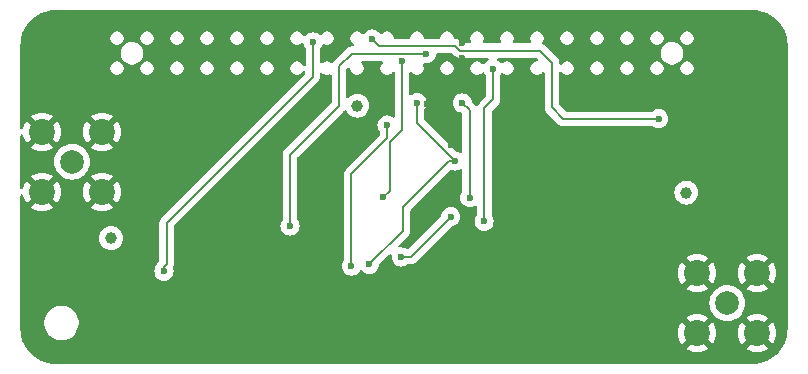
<source format=gbr>
%TF.GenerationSoftware,KiCad,Pcbnew,8.0.6*%
%TF.CreationDate,2024-11-17T19:32:38+08:00*%
%TF.ProjectId,RFM69HCW_v6,52464d36-3948-4435-975f-76362e6b6963,rev?*%
%TF.SameCoordinates,Original*%
%TF.FileFunction,Copper,L4,Bot*%
%TF.FilePolarity,Positive*%
%FSLAX46Y46*%
G04 Gerber Fmt 4.6, Leading zero omitted, Abs format (unit mm)*
G04 Created by KiCad (PCBNEW 8.0.6) date 2024-11-17 19:32:38*
%MOMM*%
%LPD*%
G01*
G04 APERTURE LIST*
%TA.AperFunction,ComponentPad*%
%ADD10C,2.000000*%
%TD*%
%TA.AperFunction,ComponentPad*%
%ADD11C,2.200000*%
%TD*%
%TA.AperFunction,ViaPad*%
%ADD12C,0.600000*%
%TD*%
%TA.AperFunction,ViaPad*%
%ADD13C,0.800000*%
%TD*%
%TA.AperFunction,ViaPad*%
%ADD14C,1.000000*%
%TD*%
%TA.AperFunction,Conductor*%
%ADD15C,0.200000*%
%TD*%
G04 APERTURE END LIST*
D10*
%TO.P,REF\u002A\u002A,*%
%TO.N,ANT433*%
X135800000Y-89320000D03*
D11*
%TO.N,GND*%
X138340000Y-91860000D03*
%TO.P,REF\u002A\u002A,2*%
X133260000Y-86780000D03*
X133260000Y-91860000D03*
X138340000Y-86780000D03*
%TD*%
D10*
%TO.P,REF\u002A\u002A,*%
%TO.N,ANT915*%
X191270000Y-101280000D03*
D11*
%TO.N,GND*%
X188730000Y-98740000D03*
%TO.P,REF\u002A\u002A,2*%
X193810000Y-103820000D03*
X193810000Y-98740000D03*
X188730000Y-103820000D03*
%TD*%
D12*
%TO.N,GND*%
X139690000Y-105950000D03*
X155650000Y-85940000D03*
X187220000Y-105920000D03*
X172610000Y-101770000D03*
X195870000Y-99860000D03*
X184060000Y-77420000D03*
X153690000Y-105950000D03*
D13*
X149790000Y-84560000D03*
D12*
X145920000Y-77390000D03*
X169750000Y-102820000D03*
X183690000Y-105950000D03*
X192660000Y-85750000D03*
X148510000Y-77540000D03*
X195870000Y-83860000D03*
X153600000Y-86010000D03*
X193660000Y-89480000D03*
X193670000Y-105990000D03*
X143880000Y-84440000D03*
X161689999Y-105950000D03*
X159190000Y-103950000D03*
X181520000Y-77390000D03*
X168850000Y-82840000D03*
X143690000Y-105950000D03*
X145690000Y-105950000D03*
X170110000Y-84280000D03*
X141880000Y-84440000D03*
X131870000Y-80840000D03*
X195870000Y-89860000D03*
X177690000Y-105950000D03*
X139090000Y-100385000D03*
X189520000Y-106000000D03*
X190860000Y-91880000D03*
X170700000Y-102810000D03*
X195870000Y-97860000D03*
X137100001Y-77070000D03*
X147690000Y-105950000D03*
X177880000Y-84440000D03*
X171340000Y-77200000D03*
X167690000Y-105950000D03*
X167480000Y-84390000D03*
X157690000Y-105950000D03*
X151690000Y-105950000D03*
X188090000Y-84710000D03*
X169690000Y-105950000D03*
X195870000Y-91860000D03*
X181530000Y-79220000D03*
X172430000Y-87920000D03*
X163690000Y-105950000D03*
X194760000Y-88550000D03*
X172650000Y-84690000D03*
X187830000Y-96050000D03*
X195870000Y-93859999D03*
X193710000Y-90530000D03*
X172610000Y-100510000D03*
X158310000Y-86030000D03*
X165880000Y-84440000D03*
X141690000Y-105950000D03*
X153600000Y-77370000D03*
X131870000Y-84840000D03*
X195870000Y-95860000D03*
X163720000Y-77180000D03*
X172470000Y-86500000D03*
X195590000Y-84970000D03*
X131870000Y-96840000D03*
X195870000Y-85860000D03*
X149270000Y-85900000D03*
X195870000Y-87860000D03*
D13*
X150980000Y-82840000D03*
D12*
X166250000Y-77110000D03*
X188680000Y-88230000D03*
X131870000Y-78839999D03*
X167900000Y-87870000D03*
X165690000Y-105950000D03*
X158930000Y-89380000D03*
X182790000Y-98600000D03*
X179880000Y-84440000D03*
X154360000Y-102670000D03*
X181690000Y-84510000D03*
X179690000Y-105950000D03*
X133850000Y-76970000D03*
X155690000Y-105950000D03*
X195900000Y-79090000D03*
X151040000Y-77390000D03*
X143450000Y-77440000D03*
X186610000Y-77540000D03*
X149689999Y-105950000D03*
X168830000Y-80530000D03*
X178950000Y-77390000D03*
X190630000Y-89680000D03*
X195870000Y-81859999D03*
X140890000Y-77510000D03*
X189730000Y-83370000D03*
X195870000Y-101860000D03*
D13*
X148480000Y-82830000D03*
D12*
X131870000Y-94840000D03*
X137689999Y-105950000D03*
X175690000Y-105950000D03*
X193260000Y-77080000D03*
X143860000Y-91380000D03*
X167690000Y-101870000D03*
X189730000Y-82110000D03*
X135390000Y-77080000D03*
X131870000Y-98840000D03*
X154350000Y-103960000D03*
X167710000Y-100670000D03*
X158630000Y-77250000D03*
X156690000Y-104980000D03*
X181690000Y-105950000D03*
X175200000Y-84550000D03*
X131830000Y-82850000D03*
X168830000Y-77130000D03*
X176420000Y-77380000D03*
X161200000Y-77230000D03*
X191530000Y-105980000D03*
X195790000Y-88880000D03*
X182790000Y-99860000D03*
X191840001Y-76980000D03*
X168830000Y-79270000D03*
X195920000Y-103760000D03*
X160510000Y-86050000D03*
X167900000Y-86610000D03*
X147880000Y-84440000D03*
X189610000Y-85900000D03*
X145880000Y-84440000D03*
X189840000Y-76980000D03*
X185880000Y-84440000D03*
X159010000Y-88100000D03*
X156110000Y-77380000D03*
X131870000Y-100840000D03*
X159150000Y-102580000D03*
X173689999Y-105950000D03*
X178950000Y-79160000D03*
X159690000Y-105950000D03*
X173880000Y-77390000D03*
X139879999Y-84440000D03*
X183880000Y-84440000D03*
X171690000Y-105950000D03*
D14*
%TO.N,3v3*%
X159950000Y-84560000D03*
X139110000Y-95780000D03*
X187810000Y-91920000D03*
D12*
%TO.N,MOSI*%
X159450000Y-98140000D03*
X162470000Y-86210000D03*
%TO.N,MISO*%
X165010000Y-84310000D03*
X160980000Y-97990000D03*
X168240000Y-89260000D03*
%TO.N,SLCK*%
X169470000Y-92360002D03*
X167870000Y-93970000D03*
X163680000Y-97370000D03*
X168850000Y-84330000D03*
%TO.N,CS0*%
X165810000Y-80150000D03*
X154260000Y-94750000D03*
%TO.N,RST*%
X163740000Y-80750000D03*
X162165000Y-92335000D03*
%TO.N,INTER433*%
X156200000Y-79170000D03*
X143582500Y-98592500D03*
%TO.N,CS1*%
X170690000Y-94360002D03*
X171430000Y-81430000D03*
%TO.N,INTER915*%
X161220000Y-78930000D03*
X185460000Y-85680000D03*
%TD*%
D15*
%TO.N,MOSI*%
X162470000Y-87334314D02*
X159450000Y-90354314D01*
X162470000Y-86210000D02*
X162470000Y-87334314D01*
X159450000Y-90354314D02*
X159450000Y-98140000D01*
%TO.N,MISO*%
X160980000Y-97990000D02*
X163830000Y-95140000D01*
X165010000Y-86030000D02*
X165010000Y-84310000D01*
X163830000Y-95140000D02*
X163830000Y-93180000D01*
X167750000Y-89260000D02*
X168240000Y-89260000D01*
X168240000Y-89260000D02*
X165010000Y-86030000D01*
X163830000Y-93180000D02*
X167750000Y-89260000D01*
%TO.N,SLCK*%
X164470000Y-97370000D02*
X163680000Y-97370000D01*
X169470000Y-92360002D02*
X169460000Y-92350002D01*
X167870000Y-93970000D02*
X164470000Y-97370000D01*
X169460000Y-92350002D02*
X169460000Y-84940000D01*
X169460000Y-84940000D02*
X168850000Y-84330000D01*
%TO.N,CS0*%
X165810000Y-80150000D02*
X159480000Y-80150000D01*
X154260000Y-88700000D02*
X154260000Y-94750000D01*
X158390000Y-84570000D02*
X154260000Y-88700000D01*
X158390000Y-81240000D02*
X158390000Y-84570000D01*
X159480000Y-80150000D02*
X158390000Y-81240000D01*
%TO.N,RST*%
X163740000Y-86630000D02*
X163740000Y-80750000D01*
X162720000Y-87650000D02*
X162720000Y-91780000D01*
X163740000Y-86630000D02*
X162720000Y-87650000D01*
X162720000Y-91780000D02*
X162165000Y-92335000D01*
%TO.N,INTER433*%
X156170000Y-82140000D02*
X143810000Y-94500000D01*
X156200000Y-79170000D02*
X156200000Y-81540000D01*
X143810000Y-94500000D02*
X143810000Y-97980000D01*
X156170000Y-81570000D02*
X156170000Y-82140000D01*
X143582500Y-98207500D02*
X143582500Y-98592500D01*
X156200000Y-81540000D02*
X156170000Y-81570000D01*
X143810000Y-97980000D02*
X143582500Y-98207500D01*
%TO.N,CS1*%
X170710000Y-94340002D02*
X170690000Y-94360002D01*
X170710000Y-84761471D02*
X170710000Y-94340002D01*
X170690000Y-94350002D02*
X170690000Y-94360002D01*
X171430000Y-84041471D02*
X170710000Y-84761471D01*
X171430000Y-81430000D02*
X171430000Y-84041471D01*
%TO.N,INTER915*%
X176430000Y-80920000D02*
X175410000Y-79900000D01*
X185460000Y-85680000D02*
X177400000Y-85680000D01*
X176430000Y-84710000D02*
X176430000Y-80920000D01*
X161808529Y-79518529D02*
X161220000Y-78930000D01*
X177400000Y-85680000D02*
X176430000Y-84710000D01*
X168611471Y-79900000D02*
X168230000Y-79518529D01*
X168230000Y-79518529D02*
X161808529Y-79518529D01*
X175410000Y-79900000D02*
X168611471Y-79900000D01*
%TD*%
%TA.AperFunction,Conductor*%
%TO.N,GND*%
G36*
X167993882Y-80147031D02*
G01*
X168014856Y-80163934D01*
X168124549Y-80273627D01*
X168124550Y-80273628D01*
X168237843Y-80386921D01*
X168376599Y-80467032D01*
X168531360Y-80508500D01*
X170939556Y-80508500D01*
X171007677Y-80528502D01*
X171054170Y-80582158D01*
X171064274Y-80652432D01*
X171034780Y-80717012D01*
X171006592Y-80741187D01*
X170922720Y-80793887D01*
X170922718Y-80793888D01*
X170793888Y-80922718D01*
X170793887Y-80922720D01*
X170734621Y-81017041D01*
X170681442Y-81064079D01*
X170611275Y-81074899D01*
X170546397Y-81046066D01*
X170538839Y-81039100D01*
X170437231Y-80937492D01*
X170437221Y-80937484D01*
X170308279Y-80863040D01*
X170308276Y-80863039D01*
X170308275Y-80863038D01*
X170308273Y-80863037D01*
X170308272Y-80863037D01*
X170269735Y-80852711D01*
X170164450Y-80824500D01*
X170015550Y-80824500D01*
X169955957Y-80840468D01*
X169871727Y-80863037D01*
X169871720Y-80863040D01*
X169742778Y-80937484D01*
X169742768Y-80937492D01*
X169637492Y-81042768D01*
X169637484Y-81042778D01*
X169563040Y-81171720D01*
X169563037Y-81171727D01*
X169542723Y-81247541D01*
X169526760Y-81307118D01*
X169524500Y-81315551D01*
X169524500Y-81464448D01*
X169524499Y-81464448D01*
X169563037Y-81608272D01*
X169563040Y-81608279D01*
X169637484Y-81737221D01*
X169637492Y-81737231D01*
X169742768Y-81842507D01*
X169742773Y-81842511D01*
X169742775Y-81842513D01*
X169742776Y-81842514D01*
X169742778Y-81842515D01*
X169811912Y-81882429D01*
X169871725Y-81916962D01*
X170015550Y-81955500D01*
X170015552Y-81955500D01*
X170164448Y-81955500D01*
X170164450Y-81955500D01*
X170308275Y-81916962D01*
X170437225Y-81842513D01*
X170507970Y-81771767D01*
X170570280Y-81737744D01*
X170641096Y-81742808D01*
X170697932Y-81785354D01*
X170703751Y-81793828D01*
X170793883Y-81937273D01*
X170794001Y-81937421D01*
X170794047Y-81937534D01*
X170797653Y-81943273D01*
X170796648Y-81943904D01*
X170820844Y-82003148D01*
X170821500Y-82015993D01*
X170821500Y-83737231D01*
X170801498Y-83805352D01*
X170784595Y-83826326D01*
X170223083Y-84387837D01*
X170223075Y-84387847D01*
X170138838Y-84533750D01*
X170135844Y-84532021D01*
X170100792Y-84574906D01*
X170033275Y-84596859D01*
X169964607Y-84578824D01*
X169940556Y-84560007D01*
X169838500Y-84457951D01*
X169688830Y-84308281D01*
X169654807Y-84245971D01*
X169652720Y-84233306D01*
X169643217Y-84148953D01*
X169583043Y-83976985D01*
X169583041Y-83976982D01*
X169583041Y-83976981D01*
X169486112Y-83822720D01*
X169486111Y-83822718D01*
X169357281Y-83693888D01*
X169357279Y-83693887D01*
X169203018Y-83596958D01*
X169203015Y-83596957D01*
X169031050Y-83536784D01*
X169031049Y-83536783D01*
X169031047Y-83536783D01*
X168850000Y-83516384D01*
X168668953Y-83536783D01*
X168668950Y-83536783D01*
X168668949Y-83536784D01*
X168496984Y-83596957D01*
X168496981Y-83596958D01*
X168342720Y-83693887D01*
X168342718Y-83693888D01*
X168213888Y-83822718D01*
X168213887Y-83822720D01*
X168116958Y-83976981D01*
X168116957Y-83976984D01*
X168063783Y-84128949D01*
X168056783Y-84148953D01*
X168036384Y-84330000D01*
X168056783Y-84511047D01*
X168056783Y-84511049D01*
X168056784Y-84511050D01*
X168116957Y-84683015D01*
X168116958Y-84683018D01*
X168213887Y-84837279D01*
X168213888Y-84837281D01*
X168342718Y-84966111D01*
X168342720Y-84966112D01*
X168496981Y-85063041D01*
X168496982Y-85063041D01*
X168496985Y-85063043D01*
X168668953Y-85123217D01*
X168739607Y-85131177D01*
X168805059Y-85158680D01*
X168845253Y-85217203D01*
X168851500Y-85256385D01*
X168851500Y-88461393D01*
X168831498Y-88529514D01*
X168777842Y-88576007D01*
X168707568Y-88586111D01*
X168658465Y-88568081D01*
X168593015Y-88526957D01*
X168421050Y-88466784D01*
X168421049Y-88466783D01*
X168421047Y-88466783D01*
X168358122Y-88459692D01*
X168336701Y-88457279D01*
X168271248Y-88429774D01*
X168261715Y-88421166D01*
X165655405Y-85814856D01*
X165621379Y-85752544D01*
X165618500Y-85725761D01*
X165618500Y-84895993D01*
X165638502Y-84827872D01*
X165645999Y-84817421D01*
X165646104Y-84817287D01*
X165646111Y-84817281D01*
X165743043Y-84663015D01*
X165803217Y-84491047D01*
X165823616Y-84310000D01*
X165803217Y-84128953D01*
X165743043Y-83956985D01*
X165743041Y-83956982D01*
X165743041Y-83956981D01*
X165646112Y-83802720D01*
X165646111Y-83802718D01*
X165517281Y-83673888D01*
X165517279Y-83673887D01*
X165363018Y-83576958D01*
X165363015Y-83576957D01*
X165191050Y-83516784D01*
X165191049Y-83516783D01*
X165191047Y-83516783D01*
X165010000Y-83496384D01*
X164828953Y-83516783D01*
X164828950Y-83516783D01*
X164828949Y-83516784D01*
X164656986Y-83576956D01*
X164541536Y-83649498D01*
X164473214Y-83668803D01*
X164405301Y-83648107D01*
X164359358Y-83593980D01*
X164348500Y-83542810D01*
X164348500Y-81832429D01*
X164368502Y-81764308D01*
X164422158Y-81717815D01*
X164492432Y-81707711D01*
X164557012Y-81737205D01*
X164563595Y-81743334D01*
X164662768Y-81842507D01*
X164662773Y-81842511D01*
X164662775Y-81842513D01*
X164662776Y-81842514D01*
X164662778Y-81842515D01*
X164731912Y-81882429D01*
X164791725Y-81916962D01*
X164935550Y-81955500D01*
X164935552Y-81955500D01*
X165084448Y-81955500D01*
X165084450Y-81955500D01*
X165228275Y-81916962D01*
X165357225Y-81842513D01*
X165462513Y-81737225D01*
X165536962Y-81608275D01*
X165575500Y-81464450D01*
X165575500Y-81464448D01*
X166984499Y-81464448D01*
X167023037Y-81608272D01*
X167023040Y-81608279D01*
X167097484Y-81737221D01*
X167097492Y-81737231D01*
X167202768Y-81842507D01*
X167202773Y-81842511D01*
X167202775Y-81842513D01*
X167202776Y-81842514D01*
X167202778Y-81842515D01*
X167271912Y-81882429D01*
X167331725Y-81916962D01*
X167475550Y-81955500D01*
X167475552Y-81955500D01*
X167624448Y-81955500D01*
X167624450Y-81955500D01*
X167768275Y-81916962D01*
X167897225Y-81842513D01*
X168002513Y-81737225D01*
X168076962Y-81608275D01*
X168115500Y-81464450D01*
X168115500Y-81315550D01*
X168076962Y-81171725D01*
X168054249Y-81132384D01*
X168002515Y-81042778D01*
X168002507Y-81042768D01*
X167897231Y-80937492D01*
X167897221Y-80937484D01*
X167768279Y-80863040D01*
X167768276Y-80863039D01*
X167768275Y-80863038D01*
X167768273Y-80863037D01*
X167768272Y-80863037D01*
X167729735Y-80852711D01*
X167624450Y-80824500D01*
X167475550Y-80824500D01*
X167415957Y-80840468D01*
X167331727Y-80863037D01*
X167331720Y-80863040D01*
X167202778Y-80937484D01*
X167202768Y-80937492D01*
X167097492Y-81042768D01*
X167097484Y-81042778D01*
X167023040Y-81171720D01*
X167023037Y-81171727D01*
X167002723Y-81247541D01*
X166986760Y-81307118D01*
X166984500Y-81315551D01*
X166984500Y-81464448D01*
X166984499Y-81464448D01*
X165575500Y-81464448D01*
X165575500Y-81315550D01*
X165536962Y-81171725D01*
X165514247Y-81132382D01*
X165497510Y-81063389D01*
X165520730Y-80996297D01*
X165576537Y-80952410D01*
X165637470Y-80944176D01*
X165810000Y-80963616D01*
X165991047Y-80943217D01*
X166163015Y-80883043D01*
X166317281Y-80786111D01*
X166446111Y-80657281D01*
X166543043Y-80503015D01*
X166603217Y-80331047D01*
X166613597Y-80238920D01*
X166641101Y-80173468D01*
X166699625Y-80133275D01*
X166738805Y-80127029D01*
X167925761Y-80127029D01*
X167993882Y-80147031D01*
G37*
%TD.AperFunction*%
%TA.AperFunction,Conductor*%
G36*
X193413301Y-76470673D02*
G01*
X193714843Y-76486476D01*
X193727959Y-76487854D01*
X194022951Y-76534576D01*
X194035851Y-76537318D01*
X194324342Y-76614619D01*
X194336884Y-76618694D01*
X194615711Y-76725726D01*
X194627743Y-76731082D01*
X194893876Y-76866684D01*
X194905285Y-76873271D01*
X195155777Y-77035943D01*
X195166434Y-77043687D01*
X195391924Y-77226284D01*
X195398544Y-77231645D01*
X195408345Y-77240470D01*
X195619529Y-77451654D01*
X195628354Y-77461455D01*
X195816308Y-77693559D01*
X195824060Y-77704228D01*
X195986724Y-77954708D01*
X195993319Y-77966130D01*
X196128913Y-78232248D01*
X196134277Y-78244297D01*
X196241304Y-78523114D01*
X196245380Y-78535657D01*
X196322681Y-78824148D01*
X196325423Y-78837048D01*
X196343551Y-78951499D01*
X196362046Y-79068275D01*
X196372146Y-79132039D01*
X196373523Y-79145152D01*
X196380720Y-79282474D01*
X196389327Y-79446698D01*
X196389500Y-79453292D01*
X196389500Y-103446707D01*
X196389327Y-103453302D01*
X196373523Y-103754843D01*
X196372145Y-103767959D01*
X196325423Y-104062951D01*
X196322681Y-104075851D01*
X196245380Y-104364342D01*
X196241304Y-104376885D01*
X196134277Y-104655702D01*
X196128913Y-104667751D01*
X195993319Y-104933869D01*
X195986724Y-104945291D01*
X195824060Y-105195771D01*
X195816308Y-105206440D01*
X195628354Y-105438544D01*
X195619529Y-105448345D01*
X195408345Y-105659529D01*
X195398544Y-105668354D01*
X195166440Y-105856308D01*
X195155771Y-105864060D01*
X194905291Y-106026724D01*
X194893869Y-106033319D01*
X194627751Y-106168913D01*
X194615702Y-106174277D01*
X194336885Y-106281304D01*
X194324342Y-106285380D01*
X194035851Y-106362681D01*
X194022951Y-106365423D01*
X193727959Y-106412145D01*
X193714843Y-106413523D01*
X193429363Y-106428485D01*
X193413300Y-106429327D01*
X193406707Y-106429500D01*
X134413293Y-106429500D01*
X134406699Y-106429327D01*
X134389688Y-106428435D01*
X134105156Y-106413523D01*
X134092040Y-106412145D01*
X133797048Y-106365423D01*
X133784148Y-106362681D01*
X133495657Y-106285380D01*
X133483114Y-106281304D01*
X133204297Y-106174277D01*
X133192248Y-106168913D01*
X132926130Y-106033319D01*
X132914708Y-106026724D01*
X132664225Y-105864058D01*
X132653559Y-105856308D01*
X132421455Y-105668354D01*
X132411654Y-105659529D01*
X132200470Y-105448345D01*
X132191645Y-105438544D01*
X132003691Y-105206440D01*
X131995943Y-105195777D01*
X131833271Y-104945285D01*
X131826680Y-104933869D01*
X131692232Y-104670000D01*
X131691082Y-104667743D01*
X131685726Y-104655711D01*
X131578694Y-104376884D01*
X131574619Y-104364342D01*
X131557074Y-104298865D01*
X131497318Y-104075851D01*
X131494576Y-104062951D01*
X131494138Y-104060188D01*
X131447853Y-103767958D01*
X131446476Y-103754842D01*
X131430673Y-103453301D01*
X131430500Y-103446707D01*
X131430500Y-102835450D01*
X133454500Y-102835450D01*
X133454500Y-103064550D01*
X133454847Y-103066740D01*
X133490340Y-103290835D01*
X133540986Y-103446707D01*
X133561135Y-103508718D01*
X133665145Y-103712848D01*
X133799807Y-103898195D01*
X133799809Y-103898197D01*
X133799811Y-103898200D01*
X133961799Y-104060188D01*
X133961802Y-104060190D01*
X133961805Y-104060193D01*
X134147152Y-104194855D01*
X134351282Y-104298865D01*
X134569170Y-104369661D01*
X134795450Y-104405500D01*
X134795453Y-104405500D01*
X135024547Y-104405500D01*
X135024550Y-104405500D01*
X135250830Y-104369661D01*
X135468718Y-104298865D01*
X135672848Y-104194855D01*
X135858195Y-104060193D01*
X136020193Y-103898195D01*
X136077005Y-103820000D01*
X187117028Y-103820000D01*
X187136886Y-104072323D01*
X187195971Y-104318434D01*
X187292830Y-104552272D01*
X187424177Y-104766611D01*
X187424178Y-104766611D01*
X187974228Y-104216561D01*
X187976740Y-104222626D01*
X188069762Y-104361844D01*
X188188156Y-104480238D01*
X188327374Y-104573260D01*
X188333436Y-104575771D01*
X187783387Y-105125820D01*
X187783387Y-105125822D01*
X187997727Y-105257169D01*
X188231565Y-105354028D01*
X188477676Y-105413113D01*
X188730000Y-105432971D01*
X188982323Y-105413113D01*
X189228434Y-105354028D01*
X189462277Y-105257167D01*
X189676611Y-105125822D01*
X189676611Y-105125820D01*
X189126562Y-104575771D01*
X189132626Y-104573260D01*
X189271844Y-104480238D01*
X189390238Y-104361844D01*
X189483260Y-104222626D01*
X189485771Y-104216562D01*
X190035820Y-104766611D01*
X190035822Y-104766611D01*
X190167167Y-104552277D01*
X190264028Y-104318434D01*
X190323113Y-104072323D01*
X190342971Y-103820000D01*
X192197028Y-103820000D01*
X192216886Y-104072323D01*
X192275971Y-104318434D01*
X192372830Y-104552272D01*
X192504177Y-104766611D01*
X192504178Y-104766611D01*
X193054228Y-104216561D01*
X193056740Y-104222626D01*
X193149762Y-104361844D01*
X193268156Y-104480238D01*
X193407374Y-104573260D01*
X193413436Y-104575771D01*
X192863387Y-105125820D01*
X192863387Y-105125822D01*
X193077727Y-105257169D01*
X193311565Y-105354028D01*
X193557676Y-105413113D01*
X193810000Y-105432971D01*
X194062323Y-105413113D01*
X194308434Y-105354028D01*
X194542277Y-105257167D01*
X194756611Y-105125822D01*
X194756611Y-105125820D01*
X194206562Y-104575771D01*
X194212626Y-104573260D01*
X194351844Y-104480238D01*
X194470238Y-104361844D01*
X194563260Y-104222626D01*
X194565771Y-104216562D01*
X195115820Y-104766611D01*
X195115822Y-104766611D01*
X195247167Y-104552277D01*
X195344028Y-104318434D01*
X195403113Y-104072323D01*
X195422971Y-103820000D01*
X195403113Y-103567676D01*
X195344028Y-103321565D01*
X195247169Y-103087727D01*
X195115822Y-102873387D01*
X195115820Y-102873387D01*
X194565771Y-103423436D01*
X194563260Y-103417374D01*
X194470238Y-103278156D01*
X194351844Y-103159762D01*
X194212626Y-103066740D01*
X194206561Y-103064228D01*
X194756611Y-102514178D01*
X194756611Y-102514177D01*
X194542272Y-102382830D01*
X194308434Y-102285971D01*
X194062323Y-102226886D01*
X193810000Y-102207028D01*
X193557676Y-102226886D01*
X193311565Y-102285971D01*
X193077727Y-102382830D01*
X192863387Y-102514176D01*
X192863387Y-102514178D01*
X193413437Y-103064228D01*
X193407374Y-103066740D01*
X193268156Y-103159762D01*
X193149762Y-103278156D01*
X193056740Y-103417374D01*
X193054228Y-103423437D01*
X192504178Y-102873387D01*
X192504176Y-102873387D01*
X192372830Y-103087727D01*
X192275971Y-103321565D01*
X192216886Y-103567676D01*
X192197028Y-103820000D01*
X190342971Y-103820000D01*
X190323113Y-103567676D01*
X190264028Y-103321565D01*
X190167169Y-103087727D01*
X190035822Y-102873387D01*
X190035820Y-102873387D01*
X189485771Y-103423436D01*
X189483260Y-103417374D01*
X189390238Y-103278156D01*
X189271844Y-103159762D01*
X189132626Y-103066740D01*
X189126561Y-103064228D01*
X189676611Y-102514178D01*
X189676611Y-102514177D01*
X189462272Y-102382830D01*
X189228434Y-102285971D01*
X188982323Y-102226886D01*
X188730000Y-102207028D01*
X188477676Y-102226886D01*
X188231565Y-102285971D01*
X187997727Y-102382830D01*
X187783387Y-102514176D01*
X187783387Y-102514178D01*
X188333437Y-103064228D01*
X188327374Y-103066740D01*
X188188156Y-103159762D01*
X188069762Y-103278156D01*
X187976740Y-103417374D01*
X187974228Y-103423437D01*
X187424178Y-102873387D01*
X187424176Y-102873387D01*
X187292830Y-103087727D01*
X187195971Y-103321565D01*
X187136886Y-103567676D01*
X187117028Y-103820000D01*
X136077005Y-103820000D01*
X136154855Y-103712848D01*
X136258865Y-103508718D01*
X136329661Y-103290830D01*
X136365500Y-103064550D01*
X136365500Y-102835450D01*
X136329661Y-102609170D01*
X136258865Y-102391282D01*
X136154855Y-102187152D01*
X136020193Y-102001805D01*
X136020190Y-102001802D01*
X136020188Y-102001799D01*
X135858200Y-101839811D01*
X135858197Y-101839809D01*
X135858195Y-101839807D01*
X135672848Y-101705145D01*
X135468718Y-101601135D01*
X135468715Y-101601134D01*
X135468713Y-101601133D01*
X135250835Y-101530340D01*
X135250831Y-101530339D01*
X135250830Y-101530339D01*
X135024550Y-101494500D01*
X134795450Y-101494500D01*
X134569170Y-101530339D01*
X134569164Y-101530340D01*
X134351286Y-101601133D01*
X134351280Y-101601136D01*
X134147148Y-101705147D01*
X133961802Y-101839809D01*
X133961799Y-101839811D01*
X133799811Y-102001799D01*
X133799809Y-102001802D01*
X133665147Y-102187148D01*
X133561136Y-102391280D01*
X133561133Y-102391286D01*
X133490340Y-102609164D01*
X133490339Y-102609169D01*
X133490339Y-102609170D01*
X133454500Y-102835450D01*
X131430500Y-102835450D01*
X131430500Y-101280000D01*
X189756835Y-101280000D01*
X189775465Y-101516710D01*
X189830894Y-101747592D01*
X189869091Y-101839807D01*
X189921760Y-101966963D01*
X189943111Y-102001805D01*
X190045825Y-102169417D01*
X190045826Y-102169419D01*
X190200030Y-102349969D01*
X190380580Y-102504173D01*
X190380584Y-102504176D01*
X190583037Y-102628240D01*
X190802406Y-102719105D01*
X191033289Y-102774535D01*
X191270000Y-102793165D01*
X191506711Y-102774535D01*
X191737594Y-102719105D01*
X191956963Y-102628240D01*
X192159416Y-102504176D01*
X192339969Y-102349969D01*
X192494176Y-102169416D01*
X192618240Y-101966963D01*
X192709105Y-101747594D01*
X192764535Y-101516711D01*
X192783165Y-101280000D01*
X192764535Y-101043289D01*
X192709105Y-100812406D01*
X192618240Y-100593037D01*
X192494176Y-100390584D01*
X192494173Y-100390580D01*
X192339969Y-100210030D01*
X192159419Y-100055826D01*
X192159417Y-100055825D01*
X192159416Y-100055824D01*
X191956963Y-99931760D01*
X191737594Y-99840895D01*
X191737592Y-99840894D01*
X191579651Y-99802976D01*
X191506711Y-99785465D01*
X191270000Y-99766835D01*
X191033289Y-99785465D01*
X190802407Y-99840894D01*
X190583038Y-99931759D01*
X190380582Y-100055825D01*
X190380580Y-100055826D01*
X190200030Y-100210030D01*
X190045826Y-100390580D01*
X190045825Y-100390582D01*
X189921759Y-100593038D01*
X189830894Y-100812407D01*
X189775465Y-101043289D01*
X189756835Y-101280000D01*
X131430500Y-101280000D01*
X131430500Y-98592500D01*
X142768884Y-98592500D01*
X142789283Y-98773547D01*
X142789283Y-98773549D01*
X142789284Y-98773550D01*
X142849457Y-98945515D01*
X142849458Y-98945518D01*
X142946387Y-99099779D01*
X142946388Y-99099781D01*
X143075218Y-99228611D01*
X143075220Y-99228612D01*
X143229481Y-99325541D01*
X143229482Y-99325541D01*
X143229485Y-99325543D01*
X143401453Y-99385717D01*
X143582500Y-99406116D01*
X143763547Y-99385717D01*
X143935515Y-99325543D01*
X144089781Y-99228611D01*
X144218611Y-99099781D01*
X144315543Y-98945515D01*
X144375717Y-98773547D01*
X144396116Y-98592500D01*
X144375717Y-98411453D01*
X144352473Y-98345028D01*
X144348854Y-98274125D01*
X144362280Y-98240421D01*
X144377032Y-98214872D01*
X144418500Y-98060110D01*
X144418500Y-97899889D01*
X144418500Y-94804239D01*
X144438502Y-94736118D01*
X144455405Y-94715144D01*
X156656916Y-82513633D01*
X156656922Y-82513627D01*
X156737032Y-82374872D01*
X156772202Y-82243616D01*
X156778500Y-82220111D01*
X156778500Y-81882429D01*
X156798502Y-81814308D01*
X156852158Y-81767815D01*
X156922432Y-81757711D01*
X156987012Y-81787205D01*
X156993595Y-81793334D01*
X157042768Y-81842507D01*
X157042773Y-81842511D01*
X157042775Y-81842513D01*
X157042776Y-81842514D01*
X157042778Y-81842515D01*
X157111912Y-81882429D01*
X157171725Y-81916962D01*
X157315550Y-81955500D01*
X157315552Y-81955500D01*
X157464448Y-81955500D01*
X157464450Y-81955500D01*
X157608275Y-81916962D01*
X157608276Y-81916960D01*
X157616252Y-81914824D01*
X157616665Y-81916366D01*
X157677858Y-81909781D01*
X157741348Y-81941553D01*
X157777583Y-82002607D01*
X157781500Y-82033781D01*
X157781500Y-84265760D01*
X157761498Y-84333881D01*
X157744595Y-84354855D01*
X153773083Y-88326366D01*
X153773075Y-88326376D01*
X153692970Y-88465122D01*
X153692965Y-88465134D01*
X153683585Y-88500141D01*
X153683586Y-88500142D01*
X153651500Y-88619890D01*
X153651500Y-94164006D01*
X153631498Y-94232127D01*
X153624008Y-94242570D01*
X153623883Y-94242725D01*
X153526958Y-94396981D01*
X153526957Y-94396984D01*
X153518943Y-94419889D01*
X153466783Y-94568953D01*
X153446384Y-94750000D01*
X153466783Y-94931047D01*
X153466783Y-94931049D01*
X153466784Y-94931050D01*
X153526957Y-95103015D01*
X153526958Y-95103018D01*
X153623887Y-95257279D01*
X153623888Y-95257281D01*
X153752718Y-95386111D01*
X153752720Y-95386112D01*
X153906981Y-95483041D01*
X153906982Y-95483041D01*
X153906985Y-95483043D01*
X154078953Y-95543217D01*
X154260000Y-95563616D01*
X154441047Y-95543217D01*
X154613015Y-95483043D01*
X154767281Y-95386111D01*
X154896111Y-95257281D01*
X154993043Y-95103015D01*
X155053217Y-94931047D01*
X155073616Y-94750000D01*
X155053217Y-94568953D01*
X154993043Y-94396985D01*
X154993041Y-94396982D01*
X154993041Y-94396981D01*
X154896116Y-94242725D01*
X154895992Y-94242570D01*
X154895943Y-94242450D01*
X154892347Y-94236727D01*
X154893349Y-94236097D01*
X154869155Y-94176841D01*
X154868500Y-94164006D01*
X154868500Y-89004237D01*
X154888502Y-88936116D01*
X154905400Y-88915147D01*
X158753252Y-85067294D01*
X158753257Y-85067291D01*
X158763626Y-85056921D01*
X158763628Y-85056921D01*
X158844510Y-84976038D01*
X158906820Y-84942015D01*
X158977636Y-84947079D01*
X159034472Y-84989625D01*
X159044724Y-85005736D01*
X159107405Y-85123004D01*
X159233432Y-85276568D01*
X159386996Y-85402595D01*
X159562196Y-85496241D01*
X159752299Y-85553908D01*
X159752303Y-85553908D01*
X159752305Y-85553909D01*
X159949997Y-85573380D01*
X159950000Y-85573380D01*
X159950003Y-85573380D01*
X160147694Y-85553909D01*
X160147695Y-85553908D01*
X160147701Y-85553908D01*
X160337804Y-85496241D01*
X160513004Y-85402595D01*
X160666568Y-85276568D01*
X160792595Y-85123004D01*
X160886241Y-84947804D01*
X160943908Y-84757701D01*
X160962753Y-84566372D01*
X160963380Y-84560003D01*
X160963380Y-84559996D01*
X160943909Y-84362305D01*
X160943908Y-84362303D01*
X160943908Y-84362299D01*
X160886241Y-84172196D01*
X160792595Y-83996996D01*
X160666568Y-83843432D01*
X160513004Y-83717405D01*
X160337804Y-83623759D01*
X160147701Y-83566092D01*
X160147700Y-83566091D01*
X160147694Y-83566090D01*
X159950003Y-83546620D01*
X159949997Y-83546620D01*
X159752305Y-83566090D01*
X159562195Y-83623759D01*
X159386995Y-83717405D01*
X159233432Y-83843432D01*
X159221899Y-83857485D01*
X159163222Y-83897453D01*
X159092251Y-83899354D01*
X159031519Y-83862583D01*
X159000307Y-83798815D01*
X158998500Y-83777551D01*
X158998500Y-81544239D01*
X159018502Y-81476118D01*
X159035405Y-81455144D01*
X159149405Y-81341144D01*
X159211717Y-81307118D01*
X159282532Y-81312183D01*
X159339368Y-81354730D01*
X159364179Y-81421250D01*
X159364500Y-81430239D01*
X159364500Y-81464448D01*
X159364499Y-81464448D01*
X159403037Y-81608272D01*
X159403040Y-81608279D01*
X159477484Y-81737221D01*
X159477492Y-81737231D01*
X159582768Y-81842507D01*
X159582773Y-81842511D01*
X159582775Y-81842513D01*
X159582776Y-81842514D01*
X159582778Y-81842515D01*
X159651912Y-81882429D01*
X159711725Y-81916962D01*
X159855550Y-81955500D01*
X159855552Y-81955500D01*
X160004448Y-81955500D01*
X160004450Y-81955500D01*
X160148275Y-81916962D01*
X160277225Y-81842513D01*
X160382513Y-81737225D01*
X160456962Y-81608275D01*
X160495500Y-81464450D01*
X160495500Y-81315550D01*
X160456962Y-81171725D01*
X160434249Y-81132384D01*
X160382515Y-81042778D01*
X160382507Y-81042768D01*
X160313334Y-80973595D01*
X160279308Y-80911283D01*
X160284373Y-80840468D01*
X160326920Y-80783632D01*
X160393440Y-80758821D01*
X160402429Y-80758500D01*
X161997571Y-80758500D01*
X162065692Y-80778502D01*
X162112185Y-80832158D01*
X162122289Y-80902432D01*
X162092795Y-80967012D01*
X162086666Y-80973595D01*
X162017492Y-81042768D01*
X162017484Y-81042778D01*
X161943040Y-81171720D01*
X161943037Y-81171727D01*
X161922723Y-81247541D01*
X161906760Y-81307118D01*
X161904500Y-81315551D01*
X161904500Y-81464448D01*
X161904499Y-81464448D01*
X161943037Y-81608272D01*
X161943040Y-81608279D01*
X162017484Y-81737221D01*
X162017492Y-81737231D01*
X162122768Y-81842507D01*
X162122773Y-81842511D01*
X162122775Y-81842513D01*
X162122776Y-81842514D01*
X162122778Y-81842515D01*
X162191912Y-81882429D01*
X162251725Y-81916962D01*
X162395550Y-81955500D01*
X162395552Y-81955500D01*
X162544448Y-81955500D01*
X162544450Y-81955500D01*
X162688275Y-81916962D01*
X162817225Y-81842513D01*
X162866404Y-81793334D01*
X162916405Y-81743334D01*
X162978717Y-81709308D01*
X163049532Y-81714373D01*
X163106368Y-81756920D01*
X163131179Y-81823440D01*
X163131500Y-81832429D01*
X163131500Y-85442810D01*
X163111498Y-85510931D01*
X163057842Y-85557424D01*
X162987568Y-85567528D01*
X162938464Y-85549498D01*
X162853704Y-85496240D01*
X162823015Y-85476957D01*
X162823014Y-85476956D01*
X162823013Y-85476956D01*
X162651050Y-85416784D01*
X162651049Y-85416783D01*
X162651047Y-85416783D01*
X162470000Y-85396384D01*
X162288953Y-85416783D01*
X162288950Y-85416783D01*
X162288949Y-85416784D01*
X162116984Y-85476957D01*
X162116981Y-85476958D01*
X161962720Y-85573887D01*
X161962718Y-85573888D01*
X161833888Y-85702718D01*
X161833887Y-85702720D01*
X161736958Y-85856981D01*
X161736957Y-85856984D01*
X161735535Y-85861050D01*
X161676783Y-86028953D01*
X161656384Y-86210000D01*
X161676783Y-86391047D01*
X161676783Y-86391049D01*
X161676784Y-86391050D01*
X161736957Y-86563015D01*
X161736958Y-86563018D01*
X161833883Y-86717273D01*
X161834001Y-86717421D01*
X161834047Y-86717534D01*
X161837653Y-86723273D01*
X161836648Y-86723904D01*
X161860844Y-86783148D01*
X161861500Y-86795993D01*
X161861500Y-87030074D01*
X161841498Y-87098195D01*
X161824595Y-87119169D01*
X158963083Y-89980680D01*
X158963075Y-89980690D01*
X158882970Y-90119436D01*
X158882968Y-90119441D01*
X158862234Y-90196822D01*
X158862234Y-90196823D01*
X158862233Y-90196822D01*
X158841500Y-90274202D01*
X158841500Y-97554006D01*
X158821498Y-97622127D01*
X158814008Y-97632570D01*
X158813883Y-97632725D01*
X158716958Y-97786981D01*
X158716957Y-97786984D01*
X158664454Y-97937031D01*
X158656783Y-97958953D01*
X158636384Y-98140000D01*
X158656783Y-98321047D01*
X158656783Y-98321049D01*
X158656784Y-98321050D01*
X158716957Y-98493015D01*
X158716958Y-98493018D01*
X158813887Y-98647279D01*
X158813888Y-98647281D01*
X158942718Y-98776111D01*
X158942720Y-98776112D01*
X159096981Y-98873041D01*
X159096982Y-98873041D01*
X159096985Y-98873043D01*
X159268953Y-98933217D01*
X159450000Y-98953616D01*
X159631047Y-98933217D01*
X159803015Y-98873043D01*
X159957281Y-98776111D01*
X160086111Y-98647281D01*
X160159403Y-98530636D01*
X160212581Y-98483600D01*
X160282748Y-98472779D01*
X160347626Y-98501611D01*
X160355185Y-98508578D01*
X160472718Y-98626111D01*
X160472720Y-98626112D01*
X160626981Y-98723041D01*
X160626982Y-98723041D01*
X160626985Y-98723043D01*
X160798953Y-98783217D01*
X160980000Y-98803616D01*
X161161047Y-98783217D01*
X161284555Y-98740000D01*
X187117028Y-98740000D01*
X187136886Y-98992323D01*
X187195971Y-99238434D01*
X187292830Y-99472272D01*
X187424177Y-99686611D01*
X187424178Y-99686611D01*
X187974228Y-99136561D01*
X187976740Y-99142626D01*
X188069762Y-99281844D01*
X188188156Y-99400238D01*
X188327374Y-99493260D01*
X188333436Y-99495771D01*
X187783387Y-100045820D01*
X187783387Y-100045822D01*
X187997727Y-100177169D01*
X188231565Y-100274028D01*
X188477676Y-100333113D01*
X188730000Y-100352971D01*
X188982323Y-100333113D01*
X189228434Y-100274028D01*
X189462277Y-100177167D01*
X189676611Y-100045822D01*
X189676611Y-100045820D01*
X189126562Y-99495771D01*
X189132626Y-99493260D01*
X189271844Y-99400238D01*
X189390238Y-99281844D01*
X189483260Y-99142626D01*
X189485771Y-99136562D01*
X190035820Y-99686611D01*
X190035822Y-99686611D01*
X190167167Y-99472277D01*
X190264028Y-99238434D01*
X190323113Y-98992323D01*
X190342971Y-98740000D01*
X192197028Y-98740000D01*
X192216886Y-98992323D01*
X192275971Y-99238434D01*
X192372830Y-99472272D01*
X192504177Y-99686611D01*
X192504178Y-99686611D01*
X193054228Y-99136561D01*
X193056740Y-99142626D01*
X193149762Y-99281844D01*
X193268156Y-99400238D01*
X193407374Y-99493260D01*
X193413436Y-99495771D01*
X192863387Y-100045820D01*
X192863387Y-100045822D01*
X193077727Y-100177169D01*
X193311565Y-100274028D01*
X193557676Y-100333113D01*
X193810000Y-100352971D01*
X194062323Y-100333113D01*
X194308434Y-100274028D01*
X194542277Y-100177167D01*
X194756611Y-100045822D01*
X194756611Y-100045820D01*
X194206562Y-99495771D01*
X194212626Y-99493260D01*
X194351844Y-99400238D01*
X194470238Y-99281844D01*
X194563260Y-99142626D01*
X194565771Y-99136562D01*
X195115820Y-99686611D01*
X195115822Y-99686611D01*
X195247167Y-99472277D01*
X195344028Y-99238434D01*
X195403113Y-98992323D01*
X195422971Y-98740000D01*
X195403113Y-98487676D01*
X195344028Y-98241565D01*
X195247169Y-98007727D01*
X195115822Y-97793387D01*
X195115820Y-97793387D01*
X194565771Y-98343436D01*
X194563260Y-98337374D01*
X194470238Y-98198156D01*
X194351844Y-98079762D01*
X194212626Y-97986740D01*
X194206561Y-97984228D01*
X194756611Y-97434178D01*
X194756611Y-97434177D01*
X194542272Y-97302830D01*
X194308434Y-97205971D01*
X194062323Y-97146886D01*
X193810000Y-97127028D01*
X193557676Y-97146886D01*
X193311565Y-97205971D01*
X193077727Y-97302830D01*
X192863387Y-97434176D01*
X192863387Y-97434178D01*
X193413437Y-97984228D01*
X193407374Y-97986740D01*
X193268156Y-98079762D01*
X193149762Y-98198156D01*
X193056740Y-98337374D01*
X193054228Y-98343437D01*
X192504178Y-97793387D01*
X192504176Y-97793387D01*
X192372830Y-98007727D01*
X192275971Y-98241565D01*
X192216886Y-98487676D01*
X192197028Y-98740000D01*
X190342971Y-98740000D01*
X190323113Y-98487676D01*
X190264028Y-98241565D01*
X190167169Y-98007727D01*
X190035822Y-97793387D01*
X190035820Y-97793387D01*
X189485771Y-98343436D01*
X189483260Y-98337374D01*
X189390238Y-98198156D01*
X189271844Y-98079762D01*
X189132626Y-97986740D01*
X189126561Y-97984228D01*
X189676611Y-97434178D01*
X189676611Y-97434177D01*
X189462272Y-97302830D01*
X189228434Y-97205971D01*
X188982323Y-97146886D01*
X188730000Y-97127028D01*
X188477676Y-97146886D01*
X188231565Y-97205971D01*
X187997727Y-97302830D01*
X187783387Y-97434176D01*
X187783387Y-97434178D01*
X188333437Y-97984228D01*
X188327374Y-97986740D01*
X188188156Y-98079762D01*
X188069762Y-98198156D01*
X187976740Y-98337374D01*
X187974228Y-98343437D01*
X187424178Y-97793387D01*
X187424176Y-97793387D01*
X187292830Y-98007727D01*
X187195971Y-98241565D01*
X187136886Y-98487676D01*
X187117028Y-98740000D01*
X161284555Y-98740000D01*
X161333015Y-98723043D01*
X161487281Y-98626111D01*
X161616111Y-98497281D01*
X161713043Y-98343015D01*
X161773217Y-98171047D01*
X161782719Y-98086702D01*
X161810221Y-98021251D01*
X161818813Y-98011734D01*
X162663299Y-97167248D01*
X162725609Y-97133225D01*
X162796425Y-97138290D01*
X162853260Y-97180837D01*
X162878071Y-97247357D01*
X162877600Y-97270453D01*
X162866384Y-97370000D01*
X162886783Y-97551047D01*
X162886783Y-97551049D01*
X162886784Y-97551050D01*
X162946957Y-97723015D01*
X162946958Y-97723018D01*
X163043887Y-97877279D01*
X163043888Y-97877281D01*
X163172718Y-98006111D01*
X163172720Y-98006112D01*
X163326981Y-98103041D01*
X163326982Y-98103041D01*
X163326985Y-98103043D01*
X163498953Y-98163217D01*
X163680000Y-98183616D01*
X163861047Y-98163217D01*
X164033015Y-98103043D01*
X164070066Y-98079762D01*
X164187274Y-98006116D01*
X164187279Y-98006112D01*
X164187281Y-98006111D01*
X164187283Y-98006108D01*
X164187430Y-98005992D01*
X164187549Y-98005943D01*
X164193273Y-98002347D01*
X164193902Y-98003349D01*
X164253159Y-97979155D01*
X164265994Y-97978500D01*
X164550110Y-97978500D01*
X164550111Y-97978500D01*
X164632631Y-97956389D01*
X164704873Y-97937032D01*
X164843627Y-97856922D01*
X167891717Y-94808830D01*
X167954027Y-94774807D01*
X167966692Y-94772721D01*
X168051047Y-94763217D01*
X168223015Y-94703043D01*
X168377281Y-94606111D01*
X168506111Y-94477281D01*
X168603043Y-94323015D01*
X168663217Y-94151047D01*
X168683616Y-93970000D01*
X168663217Y-93788953D01*
X168603043Y-93616985D01*
X168603041Y-93616982D01*
X168603041Y-93616981D01*
X168506112Y-93462720D01*
X168506111Y-93462718D01*
X168377281Y-93333888D01*
X168377279Y-93333887D01*
X168223018Y-93236958D01*
X168223015Y-93236957D01*
X168051050Y-93176784D01*
X168051049Y-93176783D01*
X168051047Y-93176783D01*
X167870000Y-93156384D01*
X167688953Y-93176783D01*
X167688950Y-93176783D01*
X167688949Y-93176784D01*
X167516984Y-93236957D01*
X167516981Y-93236958D01*
X167362720Y-93333887D01*
X167362718Y-93333888D01*
X167233888Y-93462718D01*
X167233887Y-93462720D01*
X167136958Y-93616981D01*
X167136957Y-93616984D01*
X167076783Y-93788950D01*
X167076782Y-93788957D01*
X167067278Y-93873298D01*
X167039774Y-93938750D01*
X167031166Y-93948283D01*
X164294124Y-96685326D01*
X164231812Y-96719352D01*
X164160997Y-96714287D01*
X164137993Y-96702918D01*
X164033018Y-96636958D01*
X164033015Y-96636957D01*
X163861050Y-96576784D01*
X163861049Y-96576783D01*
X163861047Y-96576783D01*
X163680000Y-96556384D01*
X163679999Y-96556384D01*
X163580453Y-96567600D01*
X163510521Y-96555350D01*
X163458313Y-96507237D01*
X163440405Y-96438536D01*
X163462482Y-96371060D01*
X163477242Y-96353305D01*
X164316922Y-95513627D01*
X164397032Y-95374872D01*
X164438500Y-95220110D01*
X164438500Y-95059890D01*
X164438500Y-93484238D01*
X164458502Y-93416117D01*
X164475400Y-93395148D01*
X167823981Y-90046566D01*
X167886291Y-90012542D01*
X167954687Y-90016732D01*
X168058953Y-90053217D01*
X168240000Y-90073616D01*
X168421047Y-90053217D01*
X168593015Y-89993043D01*
X168656253Y-89953308D01*
X168658464Y-89951919D01*
X168726785Y-89932613D01*
X168794698Y-89953308D01*
X168840641Y-90007435D01*
X168851500Y-90058606D01*
X168851500Y-91788392D01*
X168832187Y-91855428D01*
X168736958Y-92006983D01*
X168736957Y-92006986D01*
X168685532Y-92153953D01*
X168676783Y-92178955D01*
X168656384Y-92360002D01*
X168676783Y-92541049D01*
X168676783Y-92541051D01*
X168676784Y-92541052D01*
X168736957Y-92713017D01*
X168736958Y-92713020D01*
X168833887Y-92867281D01*
X168833888Y-92867283D01*
X168962718Y-92996113D01*
X168962720Y-92996114D01*
X169116981Y-93093043D01*
X169116982Y-93093043D01*
X169116985Y-93093045D01*
X169288953Y-93153219D01*
X169470000Y-93173618D01*
X169651047Y-93153219D01*
X169823015Y-93093045D01*
X169908464Y-93039354D01*
X169976785Y-93020048D01*
X170044698Y-93040743D01*
X170090641Y-93094870D01*
X170101500Y-93146041D01*
X170101500Y-93752919D01*
X170081498Y-93821040D01*
X170064595Y-93842014D01*
X170053888Y-93852720D01*
X170053887Y-93852722D01*
X169956958Y-94006983D01*
X169956957Y-94006986D01*
X169897523Y-94176841D01*
X169896783Y-94178955D01*
X169876384Y-94360002D01*
X169896783Y-94541049D01*
X169896783Y-94541051D01*
X169896784Y-94541052D01*
X169956957Y-94713017D01*
X169956958Y-94713020D01*
X170053887Y-94867281D01*
X170053888Y-94867283D01*
X170182718Y-94996113D01*
X170182720Y-94996114D01*
X170336981Y-95093043D01*
X170336982Y-95093043D01*
X170336985Y-95093045D01*
X170508953Y-95153219D01*
X170690000Y-95173618D01*
X170871047Y-95153219D01*
X171043015Y-95093045D01*
X171197281Y-94996113D01*
X171326111Y-94867283D01*
X171423043Y-94713017D01*
X171483217Y-94541049D01*
X171503616Y-94360002D01*
X171483217Y-94178955D01*
X171423043Y-94006987D01*
X171423041Y-94006984D01*
X171423041Y-94006983D01*
X171337813Y-93871343D01*
X171318500Y-93804307D01*
X171318500Y-91919996D01*
X186796620Y-91919996D01*
X186796620Y-91919999D01*
X186816090Y-92117694D01*
X186816091Y-92117700D01*
X186816092Y-92117701D01*
X186873759Y-92307804D01*
X186967405Y-92483004D01*
X187093432Y-92636568D01*
X187246996Y-92762595D01*
X187422196Y-92856241D01*
X187612299Y-92913908D01*
X187612303Y-92913908D01*
X187612305Y-92913909D01*
X187809997Y-92933380D01*
X187810000Y-92933380D01*
X187810003Y-92933380D01*
X188007694Y-92913909D01*
X188007695Y-92913908D01*
X188007701Y-92913908D01*
X188197804Y-92856241D01*
X188373004Y-92762595D01*
X188526568Y-92636568D01*
X188652595Y-92483004D01*
X188746241Y-92307804D01*
X188803908Y-92117701D01*
X188814036Y-92014876D01*
X188823380Y-91919999D01*
X188823380Y-91919996D01*
X188803909Y-91722305D01*
X188803908Y-91722303D01*
X188803908Y-91722299D01*
X188746241Y-91532196D01*
X188652595Y-91356996D01*
X188526568Y-91203432D01*
X188373004Y-91077405D01*
X188197804Y-90983759D01*
X188007701Y-90926092D01*
X188007700Y-90926091D01*
X188007694Y-90926090D01*
X187810003Y-90906620D01*
X187809997Y-90906620D01*
X187612305Y-90926090D01*
X187422195Y-90983759D01*
X187246995Y-91077405D01*
X187093432Y-91203432D01*
X186967405Y-91356995D01*
X186873759Y-91532195D01*
X186816090Y-91722305D01*
X186796620Y-91919996D01*
X171318500Y-91919996D01*
X171318500Y-85065710D01*
X171338502Y-84997589D01*
X171355400Y-84976619D01*
X171916922Y-84415098D01*
X171997032Y-84276343D01*
X172009479Y-84229889D01*
X172038500Y-84121582D01*
X172038500Y-82015993D01*
X172058502Y-81947872D01*
X172065999Y-81937421D01*
X172066102Y-81937289D01*
X172066111Y-81937281D01*
X172103151Y-81878331D01*
X172156329Y-81831294D01*
X172226497Y-81820473D01*
X172274465Y-81840388D01*
X172275623Y-81838384D01*
X172282775Y-81842513D01*
X172411725Y-81916962D01*
X172555550Y-81955500D01*
X172555552Y-81955500D01*
X172704448Y-81955500D01*
X172704450Y-81955500D01*
X172848275Y-81916962D01*
X172977225Y-81842513D01*
X173082513Y-81737225D01*
X173156962Y-81608275D01*
X173195500Y-81464450D01*
X173195500Y-81315550D01*
X173156962Y-81171725D01*
X173134249Y-81132384D01*
X173082515Y-81042778D01*
X173082507Y-81042768D01*
X172977231Y-80937492D01*
X172977221Y-80937484D01*
X172848279Y-80863040D01*
X172848276Y-80863039D01*
X172848275Y-80863038D01*
X172848273Y-80863037D01*
X172848272Y-80863037D01*
X172809735Y-80852711D01*
X172704450Y-80824500D01*
X172555550Y-80824500D01*
X172495957Y-80840468D01*
X172411727Y-80863037D01*
X172411720Y-80863040D01*
X172282778Y-80937484D01*
X172282771Y-80937490D01*
X172267135Y-80953126D01*
X172204822Y-80987149D01*
X172134007Y-80982083D01*
X172077172Y-80939535D01*
X172071353Y-80931061D01*
X172066111Y-80922718D01*
X171937281Y-80793888D01*
X171937279Y-80793887D01*
X171853408Y-80741187D01*
X171806370Y-80688009D01*
X171795550Y-80617841D01*
X171824383Y-80552963D01*
X171883715Y-80513972D01*
X171920444Y-80508500D01*
X175105761Y-80508500D01*
X175173882Y-80528502D01*
X175194856Y-80545405D01*
X175258856Y-80609405D01*
X175292882Y-80671717D01*
X175287817Y-80742532D01*
X175245270Y-80799368D01*
X175178750Y-80824179D01*
X175169761Y-80824500D01*
X175095550Y-80824500D01*
X175035957Y-80840468D01*
X174951727Y-80863037D01*
X174951720Y-80863040D01*
X174822778Y-80937484D01*
X174822768Y-80937492D01*
X174717492Y-81042768D01*
X174717484Y-81042778D01*
X174643040Y-81171720D01*
X174643037Y-81171727D01*
X174622723Y-81247541D01*
X174606760Y-81307118D01*
X174604500Y-81315551D01*
X174604500Y-81464448D01*
X174604499Y-81464448D01*
X174643037Y-81608272D01*
X174643040Y-81608279D01*
X174717484Y-81737221D01*
X174717492Y-81737231D01*
X174822768Y-81842507D01*
X174822773Y-81842511D01*
X174822775Y-81842513D01*
X174822776Y-81842514D01*
X174822778Y-81842515D01*
X174891912Y-81882429D01*
X174951725Y-81916962D01*
X175095550Y-81955500D01*
X175095552Y-81955500D01*
X175244448Y-81955500D01*
X175244450Y-81955500D01*
X175388275Y-81916962D01*
X175517225Y-81842513D01*
X175561500Y-81798238D01*
X175606405Y-81753334D01*
X175668717Y-81719308D01*
X175739532Y-81724373D01*
X175796368Y-81766920D01*
X175821179Y-81833440D01*
X175821500Y-81842429D01*
X175821500Y-84790113D01*
X175828779Y-84817280D01*
X175828780Y-84817280D01*
X175828780Y-84817281D01*
X175862635Y-84943628D01*
X175862968Y-84944872D01*
X175862970Y-84944877D01*
X175943075Y-85083623D01*
X175943083Y-85083633D01*
X177026365Y-86166915D01*
X177026370Y-86166919D01*
X177026372Y-86166921D01*
X177026373Y-86166922D01*
X177026375Y-86166923D01*
X177061636Y-86187281D01*
X177165127Y-86247032D01*
X177165133Y-86247033D01*
X177165134Y-86247034D01*
X177199984Y-86256372D01*
X177199985Y-86256372D01*
X177319889Y-86288500D01*
X177319890Y-86288500D01*
X177480110Y-86288500D01*
X184874006Y-86288500D01*
X184942127Y-86308502D01*
X184952570Y-86315992D01*
X184952725Y-86316116D01*
X185106981Y-86413041D01*
X185106982Y-86413041D01*
X185106985Y-86413043D01*
X185278953Y-86473217D01*
X185460000Y-86493616D01*
X185641047Y-86473217D01*
X185813015Y-86413043D01*
X185967281Y-86316111D01*
X186096111Y-86187281D01*
X186193043Y-86033015D01*
X186253217Y-85861047D01*
X186273616Y-85680000D01*
X186253217Y-85498953D01*
X186193043Y-85326985D01*
X186193041Y-85326982D01*
X186193041Y-85326981D01*
X186096112Y-85172720D01*
X186096111Y-85172718D01*
X185967281Y-85043888D01*
X185967279Y-85043887D01*
X185813018Y-84946958D01*
X185813015Y-84946957D01*
X185641050Y-84886784D01*
X185641049Y-84886783D01*
X185641047Y-84886783D01*
X185460000Y-84866384D01*
X185278953Y-84886783D01*
X185278950Y-84886783D01*
X185278949Y-84886784D01*
X185106984Y-84946957D01*
X185106981Y-84946958D01*
X184952725Y-85043883D01*
X184952570Y-85044008D01*
X184952450Y-85044056D01*
X184946727Y-85047653D01*
X184946097Y-85046650D01*
X184886841Y-85070845D01*
X184874006Y-85071500D01*
X177704239Y-85071500D01*
X177636118Y-85051498D01*
X177615144Y-85034595D01*
X177075405Y-84494856D01*
X177041379Y-84432544D01*
X177038500Y-84405761D01*
X177038500Y-81822429D01*
X177058502Y-81754308D01*
X177112158Y-81707815D01*
X177182432Y-81697711D01*
X177247012Y-81727205D01*
X177253595Y-81733334D01*
X177362768Y-81842507D01*
X177362773Y-81842511D01*
X177362775Y-81842513D01*
X177362776Y-81842514D01*
X177362778Y-81842515D01*
X177431912Y-81882429D01*
X177491725Y-81916962D01*
X177635550Y-81955500D01*
X177635552Y-81955500D01*
X177784448Y-81955500D01*
X177784450Y-81955500D01*
X177928275Y-81916962D01*
X178057225Y-81842513D01*
X178162513Y-81737225D01*
X178236962Y-81608275D01*
X178275500Y-81464450D01*
X178275500Y-81464448D01*
X179684499Y-81464448D01*
X179723037Y-81608272D01*
X179723040Y-81608279D01*
X179797484Y-81737221D01*
X179797492Y-81737231D01*
X179902768Y-81842507D01*
X179902773Y-81842511D01*
X179902775Y-81842513D01*
X179902776Y-81842514D01*
X179902778Y-81842515D01*
X179971912Y-81882429D01*
X180031725Y-81916962D01*
X180175550Y-81955500D01*
X180175552Y-81955500D01*
X180324448Y-81955500D01*
X180324450Y-81955500D01*
X180468275Y-81916962D01*
X180597225Y-81842513D01*
X180702513Y-81737225D01*
X180776962Y-81608275D01*
X180815500Y-81464450D01*
X180815500Y-81464448D01*
X182224499Y-81464448D01*
X182263037Y-81608272D01*
X182263040Y-81608279D01*
X182337484Y-81737221D01*
X182337492Y-81737231D01*
X182442768Y-81842507D01*
X182442773Y-81842511D01*
X182442775Y-81842513D01*
X182442776Y-81842514D01*
X182442778Y-81842515D01*
X182511912Y-81882429D01*
X182571725Y-81916962D01*
X182715550Y-81955500D01*
X182715552Y-81955500D01*
X182864448Y-81955500D01*
X182864450Y-81955500D01*
X183008275Y-81916962D01*
X183137225Y-81842513D01*
X183242513Y-81737225D01*
X183316962Y-81608275D01*
X183355500Y-81464450D01*
X183355500Y-81464448D01*
X184764499Y-81464448D01*
X184803037Y-81608272D01*
X184803040Y-81608279D01*
X184877484Y-81737221D01*
X184877492Y-81737231D01*
X184982768Y-81842507D01*
X184982773Y-81842511D01*
X184982775Y-81842513D01*
X184982776Y-81842514D01*
X184982778Y-81842515D01*
X185051912Y-81882429D01*
X185111725Y-81916962D01*
X185255550Y-81955500D01*
X185255552Y-81955500D01*
X185404448Y-81955500D01*
X185404450Y-81955500D01*
X185548275Y-81916962D01*
X185677225Y-81842513D01*
X185782513Y-81737225D01*
X185856962Y-81608275D01*
X185895500Y-81464450D01*
X185895500Y-81464448D01*
X187304499Y-81464448D01*
X187343037Y-81608272D01*
X187343040Y-81608279D01*
X187417484Y-81737221D01*
X187417492Y-81737231D01*
X187522768Y-81842507D01*
X187522773Y-81842511D01*
X187522775Y-81842513D01*
X187522776Y-81842514D01*
X187522778Y-81842515D01*
X187591912Y-81882429D01*
X187651725Y-81916962D01*
X187795550Y-81955500D01*
X187795552Y-81955500D01*
X187944448Y-81955500D01*
X187944450Y-81955500D01*
X188088275Y-81916962D01*
X188217225Y-81842513D01*
X188322513Y-81737225D01*
X188396962Y-81608275D01*
X188435500Y-81464450D01*
X188435500Y-81315550D01*
X188396962Y-81171725D01*
X188374249Y-81132384D01*
X188322515Y-81042778D01*
X188322507Y-81042768D01*
X188217231Y-80937492D01*
X188217221Y-80937484D01*
X188088279Y-80863040D01*
X188088276Y-80863039D01*
X188088275Y-80863038D01*
X188088273Y-80863037D01*
X188088272Y-80863037D01*
X188049735Y-80852711D01*
X187944450Y-80824500D01*
X187795550Y-80824500D01*
X187735957Y-80840468D01*
X187651727Y-80863037D01*
X187651720Y-80863040D01*
X187522778Y-80937484D01*
X187522768Y-80937492D01*
X187417492Y-81042768D01*
X187417484Y-81042778D01*
X187343040Y-81171720D01*
X187343037Y-81171727D01*
X187322723Y-81247541D01*
X187306760Y-81307118D01*
X187304500Y-81315551D01*
X187304500Y-81464448D01*
X187304499Y-81464448D01*
X185895500Y-81464448D01*
X185895500Y-81315550D01*
X185856962Y-81171725D01*
X185834249Y-81132384D01*
X185782515Y-81042778D01*
X185782507Y-81042768D01*
X185677231Y-80937492D01*
X185677221Y-80937484D01*
X185548279Y-80863040D01*
X185548276Y-80863039D01*
X185548275Y-80863038D01*
X185548273Y-80863037D01*
X185548272Y-80863037D01*
X185509735Y-80852711D01*
X185404450Y-80824500D01*
X185255550Y-80824500D01*
X185195957Y-80840468D01*
X185111727Y-80863037D01*
X185111720Y-80863040D01*
X184982778Y-80937484D01*
X184982768Y-80937492D01*
X184877492Y-81042768D01*
X184877484Y-81042778D01*
X184803040Y-81171720D01*
X184803037Y-81171727D01*
X184782723Y-81247541D01*
X184766760Y-81307118D01*
X184764500Y-81315551D01*
X184764500Y-81464448D01*
X184764499Y-81464448D01*
X183355500Y-81464448D01*
X183355500Y-81315550D01*
X183316962Y-81171725D01*
X183294249Y-81132384D01*
X183242515Y-81042778D01*
X183242507Y-81042768D01*
X183137231Y-80937492D01*
X183137221Y-80937484D01*
X183008279Y-80863040D01*
X183008276Y-80863039D01*
X183008275Y-80863038D01*
X183008273Y-80863037D01*
X183008272Y-80863037D01*
X182969735Y-80852711D01*
X182864450Y-80824500D01*
X182715550Y-80824500D01*
X182655957Y-80840468D01*
X182571727Y-80863037D01*
X182571720Y-80863040D01*
X182442778Y-80937484D01*
X182442768Y-80937492D01*
X182337492Y-81042768D01*
X182337484Y-81042778D01*
X182263040Y-81171720D01*
X182263037Y-81171727D01*
X182242723Y-81247541D01*
X182226760Y-81307118D01*
X182224500Y-81315551D01*
X182224500Y-81464448D01*
X182224499Y-81464448D01*
X180815500Y-81464448D01*
X180815500Y-81315550D01*
X180776962Y-81171725D01*
X180754249Y-81132384D01*
X180702515Y-81042778D01*
X180702507Y-81042768D01*
X180597231Y-80937492D01*
X180597221Y-80937484D01*
X180468279Y-80863040D01*
X180468276Y-80863039D01*
X180468275Y-80863038D01*
X180468273Y-80863037D01*
X180468272Y-80863037D01*
X180429735Y-80852711D01*
X180324450Y-80824500D01*
X180175550Y-80824500D01*
X180115957Y-80840468D01*
X180031727Y-80863037D01*
X180031720Y-80863040D01*
X179902778Y-80937484D01*
X179902768Y-80937492D01*
X179797492Y-81042768D01*
X179797484Y-81042778D01*
X179723040Y-81171720D01*
X179723037Y-81171727D01*
X179702723Y-81247541D01*
X179686760Y-81307118D01*
X179684500Y-81315551D01*
X179684500Y-81464448D01*
X179684499Y-81464448D01*
X178275500Y-81464448D01*
X178275500Y-81315550D01*
X178236962Y-81171725D01*
X178214249Y-81132384D01*
X178162515Y-81042778D01*
X178162507Y-81042768D01*
X178057231Y-80937492D01*
X178057221Y-80937484D01*
X177928279Y-80863040D01*
X177928276Y-80863039D01*
X177928275Y-80863038D01*
X177928273Y-80863037D01*
X177928272Y-80863037D01*
X177889735Y-80852711D01*
X177784450Y-80824500D01*
X177635550Y-80824500D01*
X177575957Y-80840468D01*
X177491727Y-80863037D01*
X177491720Y-80863040D01*
X177362778Y-80937484D01*
X177362768Y-80937492D01*
X177253595Y-81046666D01*
X177191283Y-81080692D01*
X177120468Y-81075627D01*
X177063632Y-81033080D01*
X177038821Y-80966560D01*
X177038500Y-80957571D01*
X177038500Y-80839890D01*
X177036428Y-80832158D01*
X176997032Y-80685128D01*
X176997030Y-80685124D01*
X176988235Y-80669890D01*
X176916924Y-80546376D01*
X176916916Y-80546366D01*
X176394961Y-80024411D01*
X185629500Y-80024411D01*
X185629500Y-80215588D01*
X185666796Y-80403084D01*
X185666797Y-80403087D01*
X185725747Y-80545405D01*
X185739954Y-80579704D01*
X185846163Y-80738658D01*
X185981342Y-80873837D01*
X186140296Y-80980046D01*
X186316916Y-81053204D01*
X186504414Y-81090500D01*
X186504415Y-81090500D01*
X186695585Y-81090500D01*
X186695586Y-81090500D01*
X186883084Y-81053204D01*
X187059704Y-80980046D01*
X187218658Y-80873837D01*
X187353837Y-80738658D01*
X187460046Y-80579704D01*
X187533204Y-80403084D01*
X187570500Y-80215586D01*
X187570500Y-80024414D01*
X187533204Y-79836916D01*
X187460046Y-79660296D01*
X187353837Y-79501342D01*
X187218658Y-79366163D01*
X187059704Y-79259954D01*
X186958036Y-79217842D01*
X186883087Y-79186797D01*
X186883084Y-79186796D01*
X186695588Y-79149500D01*
X186695586Y-79149500D01*
X186504414Y-79149500D01*
X186504411Y-79149500D01*
X186316915Y-79186796D01*
X186316912Y-79186797D01*
X186140295Y-79259954D01*
X185981343Y-79366162D01*
X185981337Y-79366167D01*
X185846167Y-79501337D01*
X185846162Y-79501343D01*
X185739954Y-79660295D01*
X185666797Y-79836912D01*
X185666796Y-79836915D01*
X185629500Y-80024411D01*
X176394961Y-80024411D01*
X175783633Y-79413083D01*
X175783623Y-79413075D01*
X175692085Y-79360226D01*
X175678442Y-79352349D01*
X175629450Y-79300968D01*
X175616014Y-79231254D01*
X175632324Y-79180231D01*
X175638231Y-79170000D01*
X175696962Y-79068275D01*
X175735500Y-78924450D01*
X175735500Y-78924448D01*
X177144499Y-78924448D01*
X177183037Y-79068272D01*
X177183040Y-79068279D01*
X177257484Y-79197221D01*
X177257492Y-79197231D01*
X177362768Y-79302507D01*
X177362773Y-79302511D01*
X177362775Y-79302513D01*
X177362776Y-79302514D01*
X177362778Y-79302515D01*
X177379612Y-79312234D01*
X177491725Y-79376962D01*
X177635550Y-79415500D01*
X177635552Y-79415500D01*
X177784448Y-79415500D01*
X177784450Y-79415500D01*
X177928275Y-79376962D01*
X178057225Y-79302513D01*
X178162513Y-79197225D01*
X178236962Y-79068275D01*
X178275500Y-78924450D01*
X178275500Y-78924448D01*
X179684499Y-78924448D01*
X179723037Y-79068272D01*
X179723040Y-79068279D01*
X179797484Y-79197221D01*
X179797492Y-79197231D01*
X179902768Y-79302507D01*
X179902773Y-79302511D01*
X179902775Y-79302513D01*
X179902776Y-79302514D01*
X179902778Y-79302515D01*
X179919612Y-79312234D01*
X180031725Y-79376962D01*
X180175550Y-79415500D01*
X180175552Y-79415500D01*
X180324448Y-79415500D01*
X180324450Y-79415500D01*
X180468275Y-79376962D01*
X180597225Y-79302513D01*
X180702513Y-79197225D01*
X180776962Y-79068275D01*
X180815500Y-78924450D01*
X180815500Y-78924448D01*
X182224499Y-78924448D01*
X182263037Y-79068272D01*
X182263040Y-79068279D01*
X182337484Y-79197221D01*
X182337492Y-79197231D01*
X182442768Y-79302507D01*
X182442773Y-79302511D01*
X182442775Y-79302513D01*
X182442776Y-79302514D01*
X182442778Y-79302515D01*
X182459612Y-79312234D01*
X182571725Y-79376962D01*
X182715550Y-79415500D01*
X182715552Y-79415500D01*
X182864448Y-79415500D01*
X182864450Y-79415500D01*
X183008275Y-79376962D01*
X183137225Y-79302513D01*
X183242513Y-79197225D01*
X183316962Y-79068275D01*
X183355500Y-78924450D01*
X183355500Y-78924448D01*
X184764499Y-78924448D01*
X184803037Y-79068272D01*
X184803040Y-79068279D01*
X184877484Y-79197221D01*
X184877492Y-79197231D01*
X184982768Y-79302507D01*
X184982773Y-79302511D01*
X184982775Y-79302513D01*
X184982776Y-79302514D01*
X184982778Y-79302515D01*
X184999612Y-79312234D01*
X185111725Y-79376962D01*
X185255550Y-79415500D01*
X185255552Y-79415500D01*
X185404448Y-79415500D01*
X185404450Y-79415500D01*
X185548275Y-79376962D01*
X185677225Y-79302513D01*
X185782513Y-79197225D01*
X185856962Y-79068275D01*
X185895500Y-78924450D01*
X185895500Y-78924448D01*
X187304499Y-78924448D01*
X187343037Y-79068272D01*
X187343040Y-79068279D01*
X187417484Y-79197221D01*
X187417492Y-79197231D01*
X187522768Y-79302507D01*
X187522773Y-79302511D01*
X187522775Y-79302513D01*
X187522776Y-79302514D01*
X187522778Y-79302515D01*
X187539612Y-79312234D01*
X187651725Y-79376962D01*
X187795550Y-79415500D01*
X187795552Y-79415500D01*
X187944448Y-79415500D01*
X187944450Y-79415500D01*
X188088275Y-79376962D01*
X188217225Y-79302513D01*
X188322513Y-79197225D01*
X188396962Y-79068275D01*
X188435500Y-78924450D01*
X188435500Y-78775550D01*
X188396962Y-78631725D01*
X188351125Y-78552333D01*
X188322515Y-78502778D01*
X188322514Y-78502776D01*
X188322513Y-78502775D01*
X188322511Y-78502773D01*
X188322507Y-78502768D01*
X188217231Y-78397492D01*
X188217221Y-78397484D01*
X188088279Y-78323040D01*
X188088276Y-78323039D01*
X188088275Y-78323038D01*
X188088273Y-78323037D01*
X188088272Y-78323037D01*
X188049735Y-78312711D01*
X187944450Y-78284500D01*
X187795550Y-78284500D01*
X187718476Y-78305152D01*
X187651727Y-78323037D01*
X187651720Y-78323040D01*
X187522778Y-78397484D01*
X187522768Y-78397492D01*
X187417492Y-78502768D01*
X187417484Y-78502778D01*
X187343040Y-78631720D01*
X187343037Y-78631727D01*
X187304500Y-78775551D01*
X187304500Y-78924448D01*
X187304499Y-78924448D01*
X185895500Y-78924448D01*
X185895500Y-78775550D01*
X185856962Y-78631725D01*
X185811125Y-78552333D01*
X185782515Y-78502778D01*
X185782514Y-78502776D01*
X185782513Y-78502775D01*
X185782511Y-78502773D01*
X185782507Y-78502768D01*
X185677231Y-78397492D01*
X185677221Y-78397484D01*
X185548279Y-78323040D01*
X185548276Y-78323039D01*
X185548275Y-78323038D01*
X185548273Y-78323037D01*
X185548272Y-78323037D01*
X185509735Y-78312711D01*
X185404450Y-78284500D01*
X185255550Y-78284500D01*
X185178476Y-78305152D01*
X185111727Y-78323037D01*
X185111720Y-78323040D01*
X184982778Y-78397484D01*
X184982768Y-78397492D01*
X184877492Y-78502768D01*
X184877484Y-78502778D01*
X184803040Y-78631720D01*
X184803037Y-78631727D01*
X184764500Y-78775551D01*
X184764500Y-78924448D01*
X184764499Y-78924448D01*
X183355500Y-78924448D01*
X183355500Y-78775550D01*
X183316962Y-78631725D01*
X183271125Y-78552333D01*
X183242515Y-78502778D01*
X183242514Y-78502776D01*
X183242513Y-78502775D01*
X183242511Y-78502773D01*
X183242507Y-78502768D01*
X183137231Y-78397492D01*
X183137221Y-78397484D01*
X183008279Y-78323040D01*
X183008276Y-78323039D01*
X183008275Y-78323038D01*
X183008273Y-78323037D01*
X183008272Y-78323037D01*
X182969735Y-78312711D01*
X182864450Y-78284500D01*
X182715550Y-78284500D01*
X182638476Y-78305152D01*
X182571727Y-78323037D01*
X182571720Y-78323040D01*
X182442778Y-78397484D01*
X182442768Y-78397492D01*
X182337492Y-78502768D01*
X182337484Y-78502778D01*
X182263040Y-78631720D01*
X182263037Y-78631727D01*
X182224500Y-78775551D01*
X182224500Y-78924448D01*
X182224499Y-78924448D01*
X180815500Y-78924448D01*
X180815500Y-78775550D01*
X180776962Y-78631725D01*
X180731125Y-78552333D01*
X180702515Y-78502778D01*
X180702514Y-78502776D01*
X180702513Y-78502775D01*
X180702511Y-78502773D01*
X180702507Y-78502768D01*
X180597231Y-78397492D01*
X180597221Y-78397484D01*
X180468279Y-78323040D01*
X180468276Y-78323039D01*
X180468275Y-78323038D01*
X180468273Y-78323037D01*
X180468272Y-78323037D01*
X180429735Y-78312711D01*
X180324450Y-78284500D01*
X180175550Y-78284500D01*
X180098476Y-78305152D01*
X180031727Y-78323037D01*
X180031720Y-78323040D01*
X179902778Y-78397484D01*
X179902768Y-78397492D01*
X179797492Y-78502768D01*
X179797484Y-78502778D01*
X179723040Y-78631720D01*
X179723037Y-78631727D01*
X179684500Y-78775551D01*
X179684500Y-78924448D01*
X179684499Y-78924448D01*
X178275500Y-78924448D01*
X178275500Y-78775550D01*
X178236962Y-78631725D01*
X178191125Y-78552333D01*
X178162515Y-78502778D01*
X178162514Y-78502776D01*
X178162513Y-78502775D01*
X178162511Y-78502773D01*
X178162507Y-78502768D01*
X178057231Y-78397492D01*
X178057221Y-78397484D01*
X177928279Y-78323040D01*
X177928276Y-78323039D01*
X177928275Y-78323038D01*
X177928273Y-78323037D01*
X177928272Y-78323037D01*
X177889735Y-78312711D01*
X177784450Y-78284500D01*
X177635550Y-78284500D01*
X177558476Y-78305152D01*
X177491727Y-78323037D01*
X177491720Y-78323040D01*
X177362778Y-78397484D01*
X177362768Y-78397492D01*
X177257492Y-78502768D01*
X177257484Y-78502778D01*
X177183040Y-78631720D01*
X177183037Y-78631727D01*
X177144500Y-78775551D01*
X177144500Y-78924448D01*
X177144499Y-78924448D01*
X175735500Y-78924448D01*
X175735500Y-78775550D01*
X175696962Y-78631725D01*
X175651125Y-78552333D01*
X175622515Y-78502778D01*
X175622514Y-78502776D01*
X175622513Y-78502775D01*
X175622511Y-78502773D01*
X175622507Y-78502768D01*
X175517231Y-78397492D01*
X175517221Y-78397484D01*
X175388279Y-78323040D01*
X175388276Y-78323039D01*
X175388275Y-78323038D01*
X175388273Y-78323037D01*
X175388272Y-78323037D01*
X175349735Y-78312711D01*
X175244450Y-78284500D01*
X175095550Y-78284500D01*
X175018476Y-78305152D01*
X174951727Y-78323037D01*
X174951720Y-78323040D01*
X174822778Y-78397484D01*
X174822768Y-78397492D01*
X174717492Y-78502768D01*
X174717484Y-78502778D01*
X174643040Y-78631720D01*
X174643037Y-78631727D01*
X174604500Y-78775551D01*
X174604500Y-78924448D01*
X174604499Y-78924448D01*
X174643037Y-79068272D01*
X174643040Y-79068279D01*
X174662798Y-79102500D01*
X174679536Y-79171495D01*
X174656316Y-79238587D01*
X174600508Y-79282474D01*
X174553679Y-79291500D01*
X173246321Y-79291500D01*
X173178200Y-79271498D01*
X173131707Y-79217842D01*
X173121603Y-79147568D01*
X173137202Y-79102500D01*
X173156962Y-79068275D01*
X173195500Y-78924450D01*
X173195500Y-78775550D01*
X173156962Y-78631725D01*
X173111125Y-78552333D01*
X173082515Y-78502778D01*
X173082514Y-78502776D01*
X173082513Y-78502775D01*
X173082511Y-78502773D01*
X173082507Y-78502768D01*
X172977231Y-78397492D01*
X172977221Y-78397484D01*
X172848279Y-78323040D01*
X172848276Y-78323039D01*
X172848275Y-78323038D01*
X172848273Y-78323037D01*
X172848272Y-78323037D01*
X172809735Y-78312711D01*
X172704450Y-78284500D01*
X172555550Y-78284500D01*
X172478476Y-78305152D01*
X172411727Y-78323037D01*
X172411720Y-78323040D01*
X172282778Y-78397484D01*
X172282768Y-78397492D01*
X172177492Y-78502768D01*
X172177484Y-78502778D01*
X172103040Y-78631720D01*
X172103037Y-78631727D01*
X172064500Y-78775551D01*
X172064500Y-78924448D01*
X172064499Y-78924448D01*
X172103037Y-79068272D01*
X172103040Y-79068279D01*
X172122798Y-79102500D01*
X172139536Y-79171495D01*
X172116316Y-79238587D01*
X172060508Y-79282474D01*
X172013679Y-79291500D01*
X170706321Y-79291500D01*
X170638200Y-79271498D01*
X170591707Y-79217842D01*
X170581603Y-79147568D01*
X170597202Y-79102500D01*
X170616962Y-79068275D01*
X170655500Y-78924450D01*
X170655500Y-78775550D01*
X170616962Y-78631725D01*
X170571125Y-78552333D01*
X170542515Y-78502778D01*
X170542514Y-78502776D01*
X170542513Y-78502775D01*
X170542511Y-78502773D01*
X170542507Y-78502768D01*
X170437231Y-78397492D01*
X170437221Y-78397484D01*
X170308279Y-78323040D01*
X170308276Y-78323039D01*
X170308275Y-78323038D01*
X170308273Y-78323037D01*
X170308272Y-78323037D01*
X170269735Y-78312711D01*
X170164450Y-78284500D01*
X170015550Y-78284500D01*
X169938476Y-78305152D01*
X169871727Y-78323037D01*
X169871720Y-78323040D01*
X169742778Y-78397484D01*
X169742768Y-78397492D01*
X169637492Y-78502768D01*
X169637484Y-78502778D01*
X169563040Y-78631720D01*
X169563037Y-78631727D01*
X169524500Y-78775551D01*
X169524500Y-78924448D01*
X169524499Y-78924448D01*
X169563037Y-79068272D01*
X169563040Y-79068279D01*
X169582798Y-79102500D01*
X169599536Y-79171495D01*
X169576316Y-79238587D01*
X169520508Y-79282474D01*
X169473679Y-79291500D01*
X168915710Y-79291500D01*
X168847589Y-79271498D01*
X168826619Y-79254599D01*
X168603627Y-79031607D01*
X168603625Y-79031606D01*
X168603623Y-79031604D01*
X168464877Y-78951499D01*
X168464874Y-78951498D01*
X168464873Y-78951497D01*
X168464871Y-78951496D01*
X168464870Y-78951496D01*
X168363931Y-78924450D01*
X168363931Y-78924449D01*
X168310111Y-78910029D01*
X168241500Y-78910029D01*
X168173379Y-78890027D01*
X168126886Y-78836371D01*
X168115500Y-78784029D01*
X168115500Y-78775551D01*
X168091986Y-78687795D01*
X168076962Y-78631725D01*
X168031125Y-78552333D01*
X168002515Y-78502778D01*
X168002514Y-78502776D01*
X168002513Y-78502775D01*
X168002511Y-78502773D01*
X168002507Y-78502768D01*
X167897231Y-78397492D01*
X167897221Y-78397484D01*
X167768279Y-78323040D01*
X167768276Y-78323039D01*
X167768275Y-78323038D01*
X167768273Y-78323037D01*
X167768272Y-78323037D01*
X167729735Y-78312711D01*
X167624450Y-78284500D01*
X167475550Y-78284500D01*
X167398476Y-78305152D01*
X167331727Y-78323037D01*
X167331720Y-78323040D01*
X167202778Y-78397484D01*
X167202768Y-78397492D01*
X167097492Y-78502768D01*
X167097484Y-78502778D01*
X167023040Y-78631720D01*
X167023037Y-78631727D01*
X166984500Y-78775551D01*
X166984500Y-78784029D01*
X166964498Y-78852150D01*
X166910842Y-78898643D01*
X166858500Y-78910029D01*
X165701500Y-78910029D01*
X165633379Y-78890027D01*
X165586886Y-78836371D01*
X165575500Y-78784029D01*
X165575500Y-78775551D01*
X165551986Y-78687795D01*
X165536962Y-78631725D01*
X165491125Y-78552333D01*
X165462515Y-78502778D01*
X165462514Y-78502776D01*
X165462513Y-78502775D01*
X165462511Y-78502773D01*
X165462507Y-78502768D01*
X165357231Y-78397492D01*
X165357221Y-78397484D01*
X165228279Y-78323040D01*
X165228276Y-78323039D01*
X165228275Y-78323038D01*
X165228273Y-78323037D01*
X165228272Y-78323037D01*
X165189735Y-78312711D01*
X165084450Y-78284500D01*
X164935550Y-78284500D01*
X164858476Y-78305152D01*
X164791727Y-78323037D01*
X164791720Y-78323040D01*
X164662778Y-78397484D01*
X164662768Y-78397492D01*
X164557492Y-78502768D01*
X164557484Y-78502778D01*
X164483040Y-78631720D01*
X164483037Y-78631727D01*
X164444500Y-78775551D01*
X164444500Y-78784029D01*
X164424498Y-78852150D01*
X164370842Y-78898643D01*
X164318500Y-78910029D01*
X163161500Y-78910029D01*
X163093379Y-78890027D01*
X163046886Y-78836371D01*
X163035500Y-78784029D01*
X163035500Y-78775551D01*
X163011986Y-78687795D01*
X162996962Y-78631725D01*
X162951125Y-78552333D01*
X162922515Y-78502778D01*
X162922514Y-78502776D01*
X162922513Y-78502775D01*
X162922511Y-78502773D01*
X162922507Y-78502768D01*
X162817231Y-78397492D01*
X162817221Y-78397484D01*
X162688279Y-78323040D01*
X162688276Y-78323039D01*
X162688275Y-78323038D01*
X162688273Y-78323037D01*
X162688272Y-78323037D01*
X162649735Y-78312711D01*
X162544450Y-78284500D01*
X162395550Y-78284500D01*
X162318476Y-78305152D01*
X162251727Y-78323037D01*
X162251720Y-78323040D01*
X162122778Y-78397484D01*
X162122772Y-78397489D01*
X162060996Y-78459265D01*
X161998683Y-78493290D01*
X161927868Y-78488224D01*
X161871032Y-78445677D01*
X161865213Y-78437204D01*
X161856110Y-78422717D01*
X161727281Y-78293888D01*
X161727279Y-78293887D01*
X161573018Y-78196958D01*
X161573015Y-78196957D01*
X161401050Y-78136784D01*
X161401049Y-78136783D01*
X161401047Y-78136783D01*
X161220000Y-78116384D01*
X161038953Y-78136783D01*
X161038950Y-78136783D01*
X161038949Y-78136784D01*
X160866984Y-78196957D01*
X160866981Y-78196958D01*
X160712720Y-78293887D01*
X160712718Y-78293888D01*
X160583889Y-78422717D01*
X160559350Y-78461771D01*
X160506171Y-78508808D01*
X160436003Y-78519628D01*
X160371125Y-78490794D01*
X160363568Y-78483829D01*
X160277231Y-78397492D01*
X160277221Y-78397484D01*
X160148279Y-78323040D01*
X160148276Y-78323039D01*
X160148275Y-78323038D01*
X160148273Y-78323037D01*
X160148272Y-78323037D01*
X160109735Y-78312711D01*
X160004450Y-78284500D01*
X159855550Y-78284500D01*
X159778476Y-78305152D01*
X159711727Y-78323037D01*
X159711720Y-78323040D01*
X159582778Y-78397484D01*
X159582768Y-78397492D01*
X159477492Y-78502768D01*
X159477484Y-78502778D01*
X159403040Y-78631720D01*
X159403037Y-78631727D01*
X159364500Y-78775551D01*
X159364500Y-78924448D01*
X159364499Y-78924448D01*
X159403037Y-79068272D01*
X159403040Y-79068279D01*
X159477484Y-79197221D01*
X159477492Y-79197231D01*
X159582768Y-79302507D01*
X159582772Y-79302510D01*
X159582775Y-79302513D01*
X159589475Y-79306381D01*
X159638468Y-79357764D01*
X159651903Y-79427478D01*
X159625516Y-79493389D01*
X159567684Y-79534570D01*
X159526474Y-79541500D01*
X159399889Y-79541500D01*
X159316955Y-79563722D01*
X159245130Y-79582967D01*
X159245123Y-79582970D01*
X159106376Y-79663075D01*
X159106366Y-79663083D01*
X157903083Y-80866366D01*
X157903077Y-80866374D01*
X157893820Y-80882408D01*
X157842436Y-80931400D01*
X157772722Y-80944834D01*
X157721703Y-80928525D01*
X157608277Y-80863039D01*
X157608272Y-80863037D01*
X157569735Y-80852711D01*
X157464450Y-80824500D01*
X157315550Y-80824500D01*
X157255957Y-80840468D01*
X157171727Y-80863037D01*
X157171720Y-80863040D01*
X157042778Y-80937484D01*
X157042768Y-80937492D01*
X157023595Y-80956666D01*
X156961283Y-80990692D01*
X156890468Y-80985627D01*
X156833632Y-80943080D01*
X156808821Y-80876560D01*
X156808500Y-80867571D01*
X156808500Y-79755993D01*
X156828502Y-79687872D01*
X156835999Y-79677421D01*
X156836104Y-79677287D01*
X156836111Y-79677281D01*
X156933043Y-79523015D01*
X156965448Y-79430405D01*
X157006825Y-79372717D01*
X157072825Y-79346554D01*
X157142492Y-79360226D01*
X157147370Y-79362901D01*
X157171725Y-79376962D01*
X157315550Y-79415500D01*
X157315552Y-79415500D01*
X157464448Y-79415500D01*
X157464450Y-79415500D01*
X157608275Y-79376962D01*
X157737225Y-79302513D01*
X157842513Y-79197225D01*
X157916962Y-79068275D01*
X157955500Y-78924450D01*
X157955500Y-78775550D01*
X157916962Y-78631725D01*
X157871125Y-78552333D01*
X157842515Y-78502778D01*
X157842514Y-78502776D01*
X157842513Y-78502775D01*
X157842511Y-78502773D01*
X157842507Y-78502768D01*
X157737231Y-78397492D01*
X157737221Y-78397484D01*
X157608279Y-78323040D01*
X157608276Y-78323039D01*
X157608275Y-78323038D01*
X157608273Y-78323037D01*
X157608272Y-78323037D01*
X157569735Y-78312711D01*
X157464450Y-78284500D01*
X157315550Y-78284500D01*
X157238476Y-78305152D01*
X157171727Y-78323037D01*
X157171720Y-78323040D01*
X157042778Y-78397484D01*
X157042768Y-78397492D01*
X156937492Y-78502768D01*
X156937486Y-78502776D01*
X156923940Y-78526239D01*
X156872556Y-78575232D01*
X156802843Y-78588667D01*
X156736932Y-78562280D01*
X156725726Y-78552333D01*
X156707281Y-78533888D01*
X156707279Y-78533887D01*
X156553018Y-78436958D01*
X156553015Y-78436957D01*
X156381050Y-78376784D01*
X156381049Y-78376783D01*
X156381047Y-78376783D01*
X156200000Y-78356384D01*
X156018953Y-78376783D01*
X156018950Y-78376783D01*
X156018949Y-78376784D01*
X155846984Y-78436957D01*
X155846981Y-78436958D01*
X155692721Y-78533886D01*
X155572837Y-78653770D01*
X155510525Y-78687795D01*
X155439709Y-78682729D01*
X155382874Y-78640183D01*
X155374623Y-78627674D01*
X155302515Y-78502778D01*
X155302514Y-78502776D01*
X155302513Y-78502775D01*
X155302511Y-78502773D01*
X155302507Y-78502768D01*
X155197231Y-78397492D01*
X155197221Y-78397484D01*
X155068279Y-78323040D01*
X155068276Y-78323039D01*
X155068275Y-78323038D01*
X155068273Y-78323037D01*
X155068272Y-78323037D01*
X155029735Y-78312711D01*
X154924450Y-78284500D01*
X154775550Y-78284500D01*
X154698476Y-78305152D01*
X154631727Y-78323037D01*
X154631720Y-78323040D01*
X154502778Y-78397484D01*
X154502768Y-78397492D01*
X154397492Y-78502768D01*
X154397484Y-78502778D01*
X154323040Y-78631720D01*
X154323037Y-78631727D01*
X154284500Y-78775551D01*
X154284500Y-78924448D01*
X154284499Y-78924448D01*
X154323037Y-79068272D01*
X154323040Y-79068279D01*
X154397484Y-79197221D01*
X154397492Y-79197231D01*
X154502768Y-79302507D01*
X154502773Y-79302511D01*
X154502775Y-79302513D01*
X154502776Y-79302514D01*
X154502778Y-79302515D01*
X154519612Y-79312234D01*
X154631725Y-79376962D01*
X154775550Y-79415500D01*
X154775552Y-79415500D01*
X154924448Y-79415500D01*
X154924450Y-79415500D01*
X155068275Y-79376962D01*
X155197225Y-79302513D01*
X155198083Y-79301654D01*
X155198983Y-79301162D01*
X155203777Y-79297485D01*
X155204350Y-79298232D01*
X155260391Y-79267626D01*
X155331207Y-79272686D01*
X155388046Y-79315228D01*
X155406112Y-79349130D01*
X155466957Y-79523015D01*
X155466958Y-79523018D01*
X155563883Y-79677273D01*
X155564001Y-79677421D01*
X155564047Y-79677534D01*
X155567653Y-79683273D01*
X155566648Y-79683904D01*
X155590844Y-79743148D01*
X155591500Y-79755993D01*
X155591500Y-81073077D01*
X155571498Y-81141198D01*
X155517842Y-81187691D01*
X155447568Y-81197795D01*
X155382988Y-81168301D01*
X155356381Y-81136077D01*
X155302515Y-81042778D01*
X155302507Y-81042768D01*
X155197231Y-80937492D01*
X155197221Y-80937484D01*
X155068279Y-80863040D01*
X155068276Y-80863039D01*
X155068275Y-80863038D01*
X155068273Y-80863037D01*
X155068272Y-80863037D01*
X155029735Y-80852711D01*
X154924450Y-80824500D01*
X154775550Y-80824500D01*
X154715957Y-80840468D01*
X154631727Y-80863037D01*
X154631720Y-80863040D01*
X154502778Y-80937484D01*
X154502768Y-80937492D01*
X154397492Y-81042768D01*
X154397484Y-81042778D01*
X154323040Y-81171720D01*
X154323037Y-81171727D01*
X154302723Y-81247541D01*
X154286760Y-81307118D01*
X154284500Y-81315551D01*
X154284500Y-81464448D01*
X154284499Y-81464448D01*
X154323037Y-81608272D01*
X154323040Y-81608279D01*
X154397484Y-81737221D01*
X154397492Y-81737231D01*
X154502768Y-81842507D01*
X154502773Y-81842511D01*
X154502775Y-81842513D01*
X154502776Y-81842514D01*
X154502778Y-81842515D01*
X154571912Y-81882429D01*
X154631725Y-81916962D01*
X154775550Y-81955500D01*
X154775552Y-81955500D01*
X154924448Y-81955500D01*
X154924450Y-81955500D01*
X155068275Y-81916962D01*
X155197225Y-81842513D01*
X155302513Y-81737225D01*
X155326381Y-81695883D01*
X155377763Y-81646891D01*
X155447476Y-81633454D01*
X155513387Y-81659841D01*
X155554570Y-81717673D01*
X155561500Y-81758884D01*
X155561500Y-81835760D01*
X155541498Y-81903881D01*
X155524595Y-81924855D01*
X143323083Y-94126366D01*
X143323075Y-94126376D01*
X143242970Y-94265122D01*
X143242965Y-94265134D01*
X143227456Y-94323013D01*
X143227457Y-94323014D01*
X143201500Y-94419888D01*
X143201500Y-97675760D01*
X143181498Y-97743881D01*
X143164595Y-97764855D01*
X143095583Y-97833866D01*
X143095575Y-97833876D01*
X143015470Y-97972622D01*
X143015467Y-97972630D01*
X143008278Y-97999458D01*
X142975670Y-98055936D01*
X142946388Y-98085219D01*
X142849458Y-98239482D01*
X142849457Y-98239484D01*
X142812526Y-98345029D01*
X142789283Y-98411453D01*
X142768884Y-98592500D01*
X131430500Y-98592500D01*
X131430500Y-95779996D01*
X138096620Y-95779996D01*
X138096620Y-95780003D01*
X138116090Y-95977694D01*
X138116091Y-95977700D01*
X138116092Y-95977701D01*
X138173759Y-96167804D01*
X138267405Y-96343004D01*
X138393432Y-96496568D01*
X138546996Y-96622595D01*
X138722196Y-96716241D01*
X138912299Y-96773908D01*
X138912303Y-96773908D01*
X138912305Y-96773909D01*
X139109997Y-96793380D01*
X139110000Y-96793380D01*
X139110003Y-96793380D01*
X139307694Y-96773909D01*
X139307695Y-96773908D01*
X139307701Y-96773908D01*
X139497804Y-96716241D01*
X139673004Y-96622595D01*
X139826568Y-96496568D01*
X139952595Y-96343004D01*
X140046241Y-96167804D01*
X140103908Y-95977701D01*
X140123380Y-95780000D01*
X140103908Y-95582299D01*
X140046241Y-95392196D01*
X139952595Y-95216996D01*
X139826568Y-95063432D01*
X139673004Y-94937405D01*
X139497804Y-94843759D01*
X139307701Y-94786092D01*
X139307700Y-94786091D01*
X139307694Y-94786090D01*
X139110003Y-94766620D01*
X139109997Y-94766620D01*
X138912305Y-94786090D01*
X138722195Y-94843759D01*
X138546995Y-94937405D01*
X138393432Y-95063432D01*
X138267405Y-95216995D01*
X138173759Y-95392195D01*
X138116090Y-95582305D01*
X138096620Y-95779996D01*
X131430500Y-95779996D01*
X131430500Y-92192273D01*
X131450502Y-92124152D01*
X131504158Y-92077659D01*
X131574432Y-92067555D01*
X131639012Y-92097049D01*
X131677396Y-92156775D01*
X131679019Y-92162859D01*
X131725971Y-92358434D01*
X131822830Y-92592272D01*
X131954177Y-92806611D01*
X131954178Y-92806611D01*
X132504228Y-92256561D01*
X132506740Y-92262626D01*
X132599762Y-92401844D01*
X132718156Y-92520238D01*
X132857374Y-92613260D01*
X132863436Y-92615771D01*
X132313387Y-93165820D01*
X132313387Y-93165822D01*
X132527727Y-93297169D01*
X132761565Y-93394028D01*
X133007676Y-93453113D01*
X133260000Y-93472971D01*
X133512323Y-93453113D01*
X133758434Y-93394028D01*
X133992277Y-93297167D01*
X134206611Y-93165822D01*
X134206611Y-93165820D01*
X133656562Y-92615771D01*
X133662626Y-92613260D01*
X133801844Y-92520238D01*
X133920238Y-92401844D01*
X134013260Y-92262626D01*
X134015771Y-92256562D01*
X134565820Y-92806611D01*
X134565822Y-92806611D01*
X134697167Y-92592277D01*
X134794028Y-92358434D01*
X134853113Y-92112323D01*
X134872971Y-91860000D01*
X136727028Y-91860000D01*
X136746886Y-92112323D01*
X136805971Y-92358434D01*
X136902830Y-92592272D01*
X137034177Y-92806611D01*
X137034178Y-92806611D01*
X137584228Y-92256561D01*
X137586740Y-92262626D01*
X137679762Y-92401844D01*
X137798156Y-92520238D01*
X137937374Y-92613260D01*
X137943436Y-92615771D01*
X137393387Y-93165820D01*
X137393387Y-93165822D01*
X137607727Y-93297169D01*
X137841565Y-93394028D01*
X138087676Y-93453113D01*
X138340000Y-93472971D01*
X138592323Y-93453113D01*
X138838434Y-93394028D01*
X139072277Y-93297167D01*
X139286611Y-93165822D01*
X139286611Y-93165820D01*
X138736562Y-92615771D01*
X138742626Y-92613260D01*
X138881844Y-92520238D01*
X139000238Y-92401844D01*
X139093260Y-92262626D01*
X139095771Y-92256562D01*
X139645820Y-92806611D01*
X139645822Y-92806611D01*
X139777167Y-92592277D01*
X139874028Y-92358434D01*
X139933113Y-92112323D01*
X139952971Y-91860000D01*
X139933113Y-91607676D01*
X139874028Y-91361565D01*
X139777169Y-91127727D01*
X139645822Y-90913387D01*
X139645820Y-90913387D01*
X139095771Y-91463436D01*
X139093260Y-91457374D01*
X139000238Y-91318156D01*
X138881844Y-91199762D01*
X138742626Y-91106740D01*
X138736561Y-91104228D01*
X139286611Y-90554178D01*
X139286611Y-90554177D01*
X139072272Y-90422830D01*
X138838434Y-90325971D01*
X138592323Y-90266886D01*
X138340000Y-90247028D01*
X138087676Y-90266886D01*
X137841565Y-90325971D01*
X137607727Y-90422830D01*
X137393387Y-90554176D01*
X137393387Y-90554178D01*
X137943437Y-91104228D01*
X137937374Y-91106740D01*
X137798156Y-91199762D01*
X137679762Y-91318156D01*
X137586740Y-91457374D01*
X137584228Y-91463437D01*
X137034178Y-90913387D01*
X137034176Y-90913387D01*
X136902830Y-91127727D01*
X136805971Y-91361565D01*
X136746886Y-91607676D01*
X136727028Y-91860000D01*
X134872971Y-91860000D01*
X134853113Y-91607676D01*
X134794028Y-91361565D01*
X134697169Y-91127727D01*
X134565822Y-90913387D01*
X134565820Y-90913387D01*
X134015771Y-91463436D01*
X134013260Y-91457374D01*
X133920238Y-91318156D01*
X133801844Y-91199762D01*
X133662626Y-91106740D01*
X133656561Y-91104228D01*
X134206611Y-90554178D01*
X134206611Y-90554177D01*
X133992272Y-90422830D01*
X133758434Y-90325971D01*
X133512323Y-90266886D01*
X133260000Y-90247028D01*
X133007676Y-90266886D01*
X132761565Y-90325971D01*
X132527727Y-90422830D01*
X132313387Y-90554176D01*
X132313387Y-90554178D01*
X132863437Y-91104228D01*
X132857374Y-91106740D01*
X132718156Y-91199762D01*
X132599762Y-91318156D01*
X132506740Y-91457374D01*
X132504228Y-91463437D01*
X131954178Y-90913387D01*
X131954176Y-90913387D01*
X131822830Y-91127727D01*
X131725971Y-91361565D01*
X131679019Y-91557140D01*
X131643667Y-91618709D01*
X131580640Y-91651392D01*
X131509949Y-91644812D01*
X131454038Y-91601057D01*
X131430657Y-91534021D01*
X131430500Y-91527726D01*
X131430500Y-89320000D01*
X134286835Y-89320000D01*
X134305465Y-89556710D01*
X134360894Y-89787592D01*
X134429536Y-89953308D01*
X134451760Y-90006963D01*
X134568106Y-90196822D01*
X134575825Y-90209417D01*
X134575826Y-90209419D01*
X134730030Y-90389969D01*
X134910580Y-90544173D01*
X134910584Y-90544176D01*
X135113037Y-90668240D01*
X135332406Y-90759105D01*
X135563289Y-90814535D01*
X135800000Y-90833165D01*
X136036711Y-90814535D01*
X136267594Y-90759105D01*
X136486963Y-90668240D01*
X136689416Y-90544176D01*
X136869969Y-90389969D01*
X137024176Y-90209416D01*
X137148240Y-90006963D01*
X137239105Y-89787594D01*
X137294535Y-89556711D01*
X137313165Y-89320000D01*
X137294535Y-89083289D01*
X137239105Y-88852406D01*
X137148240Y-88633037D01*
X137024176Y-88430584D01*
X137024173Y-88430580D01*
X136869969Y-88250030D01*
X136689419Y-88095826D01*
X136689417Y-88095825D01*
X136689416Y-88095824D01*
X136486963Y-87971760D01*
X136444664Y-87954239D01*
X136267592Y-87880894D01*
X136109651Y-87842976D01*
X136036711Y-87825465D01*
X135800000Y-87806835D01*
X135563289Y-87825465D01*
X135332407Y-87880894D01*
X135113038Y-87971759D01*
X134910582Y-88095825D01*
X134910580Y-88095826D01*
X134730030Y-88250030D01*
X134575826Y-88430580D01*
X134575825Y-88430582D01*
X134451759Y-88633038D01*
X134360894Y-88852407D01*
X134305465Y-89083289D01*
X134286835Y-89320000D01*
X131430500Y-89320000D01*
X131430500Y-87112273D01*
X131450502Y-87044152D01*
X131504158Y-86997659D01*
X131574432Y-86987555D01*
X131639012Y-87017049D01*
X131677396Y-87076775D01*
X131679019Y-87082859D01*
X131725971Y-87278434D01*
X131822830Y-87512272D01*
X131954177Y-87726611D01*
X131954178Y-87726611D01*
X132504228Y-87176561D01*
X132506740Y-87182626D01*
X132599762Y-87321844D01*
X132718156Y-87440238D01*
X132857374Y-87533260D01*
X132863436Y-87535771D01*
X132313387Y-88085820D01*
X132313387Y-88085822D01*
X132527727Y-88217169D01*
X132761565Y-88314028D01*
X133007676Y-88373113D01*
X133260000Y-88392971D01*
X133512323Y-88373113D01*
X133758434Y-88314028D01*
X133992277Y-88217167D01*
X134206611Y-88085822D01*
X134206611Y-88085820D01*
X133656562Y-87535771D01*
X133662626Y-87533260D01*
X133801844Y-87440238D01*
X133920238Y-87321844D01*
X134013260Y-87182626D01*
X134015771Y-87176562D01*
X134565820Y-87726611D01*
X134565822Y-87726611D01*
X134697167Y-87512277D01*
X134794028Y-87278434D01*
X134853113Y-87032323D01*
X134872971Y-86780000D01*
X136727028Y-86780000D01*
X136746886Y-87032323D01*
X136805971Y-87278434D01*
X136902830Y-87512272D01*
X137034177Y-87726611D01*
X137034178Y-87726611D01*
X137584228Y-87176561D01*
X137586740Y-87182626D01*
X137679762Y-87321844D01*
X137798156Y-87440238D01*
X137937374Y-87533260D01*
X137943436Y-87535771D01*
X137393387Y-88085820D01*
X137393387Y-88085822D01*
X137607727Y-88217169D01*
X137841565Y-88314028D01*
X138087676Y-88373113D01*
X138340000Y-88392971D01*
X138592323Y-88373113D01*
X138838434Y-88314028D01*
X139072277Y-88217167D01*
X139286611Y-88085822D01*
X139286611Y-88085820D01*
X138736562Y-87535771D01*
X138742626Y-87533260D01*
X138881844Y-87440238D01*
X139000238Y-87321844D01*
X139093260Y-87182626D01*
X139095771Y-87176562D01*
X139645820Y-87726611D01*
X139645822Y-87726611D01*
X139777167Y-87512277D01*
X139874028Y-87278434D01*
X139933113Y-87032323D01*
X139952971Y-86780000D01*
X139933113Y-86527676D01*
X139874028Y-86281565D01*
X139777169Y-86047727D01*
X139645822Y-85833387D01*
X139645820Y-85833387D01*
X139095771Y-86383436D01*
X139093260Y-86377374D01*
X139000238Y-86238156D01*
X138881844Y-86119762D01*
X138742626Y-86026740D01*
X138736561Y-86024228D01*
X139286611Y-85474178D01*
X139286611Y-85474177D01*
X139072272Y-85342830D01*
X138838434Y-85245971D01*
X138592323Y-85186886D01*
X138340000Y-85167028D01*
X138087676Y-85186886D01*
X137841565Y-85245971D01*
X137607727Y-85342830D01*
X137393387Y-85474176D01*
X137393387Y-85474178D01*
X137943437Y-86024228D01*
X137937374Y-86026740D01*
X137798156Y-86119762D01*
X137679762Y-86238156D01*
X137586740Y-86377374D01*
X137584228Y-86383437D01*
X137034178Y-85833387D01*
X137034176Y-85833387D01*
X136902830Y-86047727D01*
X136805971Y-86281565D01*
X136746886Y-86527676D01*
X136727028Y-86780000D01*
X134872971Y-86780000D01*
X134853113Y-86527676D01*
X134794028Y-86281565D01*
X134697169Y-86047727D01*
X134565822Y-85833387D01*
X134565820Y-85833387D01*
X134015771Y-86383436D01*
X134013260Y-86377374D01*
X133920238Y-86238156D01*
X133801844Y-86119762D01*
X133662626Y-86026740D01*
X133656561Y-86024228D01*
X134206611Y-85474178D01*
X134206611Y-85474177D01*
X133992272Y-85342830D01*
X133758434Y-85245971D01*
X133512323Y-85186886D01*
X133260000Y-85167028D01*
X133007676Y-85186886D01*
X132761565Y-85245971D01*
X132527727Y-85342830D01*
X132313387Y-85474176D01*
X132313387Y-85474178D01*
X132863437Y-86024228D01*
X132857374Y-86026740D01*
X132718156Y-86119762D01*
X132599762Y-86238156D01*
X132506740Y-86377374D01*
X132504228Y-86383437D01*
X131954178Y-85833387D01*
X131954176Y-85833387D01*
X131822830Y-86047727D01*
X131725971Y-86281565D01*
X131679019Y-86477140D01*
X131643667Y-86538709D01*
X131580640Y-86571392D01*
X131509949Y-86564812D01*
X131454038Y-86521057D01*
X131430657Y-86454021D01*
X131430500Y-86447726D01*
X131430500Y-81464448D01*
X139044499Y-81464448D01*
X139083037Y-81608272D01*
X139083040Y-81608279D01*
X139157484Y-81737221D01*
X139157492Y-81737231D01*
X139262768Y-81842507D01*
X139262773Y-81842511D01*
X139262775Y-81842513D01*
X139262776Y-81842514D01*
X139262778Y-81842515D01*
X139331912Y-81882429D01*
X139391725Y-81916962D01*
X139535550Y-81955500D01*
X139535552Y-81955500D01*
X139684448Y-81955500D01*
X139684450Y-81955500D01*
X139828275Y-81916962D01*
X139957225Y-81842513D01*
X140062513Y-81737225D01*
X140136962Y-81608275D01*
X140175500Y-81464450D01*
X140175500Y-81464448D01*
X141584499Y-81464448D01*
X141623037Y-81608272D01*
X141623040Y-81608279D01*
X141697484Y-81737221D01*
X141697492Y-81737231D01*
X141802768Y-81842507D01*
X141802773Y-81842511D01*
X141802775Y-81842513D01*
X141802776Y-81842514D01*
X141802778Y-81842515D01*
X141871912Y-81882429D01*
X141931725Y-81916962D01*
X142075550Y-81955500D01*
X142075552Y-81955500D01*
X142224448Y-81955500D01*
X142224450Y-81955500D01*
X142368275Y-81916962D01*
X142497225Y-81842513D01*
X142602513Y-81737225D01*
X142676962Y-81608275D01*
X142715500Y-81464450D01*
X142715500Y-81464448D01*
X144124499Y-81464448D01*
X144163037Y-81608272D01*
X144163040Y-81608279D01*
X144237484Y-81737221D01*
X144237492Y-81737231D01*
X144342768Y-81842507D01*
X144342773Y-81842511D01*
X144342775Y-81842513D01*
X144342776Y-81842514D01*
X144342778Y-81842515D01*
X144411912Y-81882429D01*
X144471725Y-81916962D01*
X144615550Y-81955500D01*
X144615552Y-81955500D01*
X144764448Y-81955500D01*
X144764450Y-81955500D01*
X144908275Y-81916962D01*
X145037225Y-81842513D01*
X145142513Y-81737225D01*
X145216962Y-81608275D01*
X145255500Y-81464450D01*
X145255500Y-81464448D01*
X146664499Y-81464448D01*
X146703037Y-81608272D01*
X146703040Y-81608279D01*
X146777484Y-81737221D01*
X146777492Y-81737231D01*
X146882768Y-81842507D01*
X146882773Y-81842511D01*
X146882775Y-81842513D01*
X146882776Y-81842514D01*
X146882778Y-81842515D01*
X146951912Y-81882429D01*
X147011725Y-81916962D01*
X147155550Y-81955500D01*
X147155552Y-81955500D01*
X147304448Y-81955500D01*
X147304450Y-81955500D01*
X147448275Y-81916962D01*
X147577225Y-81842513D01*
X147682513Y-81737225D01*
X147756962Y-81608275D01*
X147795500Y-81464450D01*
X147795500Y-81464448D01*
X149204499Y-81464448D01*
X149243037Y-81608272D01*
X149243040Y-81608279D01*
X149317484Y-81737221D01*
X149317492Y-81737231D01*
X149422768Y-81842507D01*
X149422773Y-81842511D01*
X149422775Y-81842513D01*
X149422776Y-81842514D01*
X149422778Y-81842515D01*
X149491912Y-81882429D01*
X149551725Y-81916962D01*
X149695550Y-81955500D01*
X149695552Y-81955500D01*
X149844448Y-81955500D01*
X149844450Y-81955500D01*
X149988275Y-81916962D01*
X150117225Y-81842513D01*
X150222513Y-81737225D01*
X150296962Y-81608275D01*
X150335500Y-81464450D01*
X150335500Y-81464448D01*
X151744499Y-81464448D01*
X151783037Y-81608272D01*
X151783040Y-81608279D01*
X151857484Y-81737221D01*
X151857492Y-81737231D01*
X151962768Y-81842507D01*
X151962773Y-81842511D01*
X151962775Y-81842513D01*
X151962776Y-81842514D01*
X151962778Y-81842515D01*
X152031912Y-81882429D01*
X152091725Y-81916962D01*
X152235550Y-81955500D01*
X152235552Y-81955500D01*
X152384448Y-81955500D01*
X152384450Y-81955500D01*
X152528275Y-81916962D01*
X152657225Y-81842513D01*
X152762513Y-81737225D01*
X152836962Y-81608275D01*
X152875500Y-81464450D01*
X152875500Y-81315550D01*
X152836962Y-81171725D01*
X152814249Y-81132384D01*
X152762515Y-81042778D01*
X152762507Y-81042768D01*
X152657231Y-80937492D01*
X152657221Y-80937484D01*
X152528279Y-80863040D01*
X152528276Y-80863039D01*
X152528275Y-80863038D01*
X152528273Y-80863037D01*
X152528272Y-80863037D01*
X152489735Y-80852711D01*
X152384450Y-80824500D01*
X152235550Y-80824500D01*
X152175957Y-80840468D01*
X152091727Y-80863037D01*
X152091720Y-80863040D01*
X151962778Y-80937484D01*
X151962768Y-80937492D01*
X151857492Y-81042768D01*
X151857484Y-81042778D01*
X151783040Y-81171720D01*
X151783037Y-81171727D01*
X151762723Y-81247541D01*
X151746760Y-81307118D01*
X151744500Y-81315551D01*
X151744500Y-81464448D01*
X151744499Y-81464448D01*
X150335500Y-81464448D01*
X150335500Y-81315550D01*
X150296962Y-81171725D01*
X150274249Y-81132384D01*
X150222515Y-81042778D01*
X150222507Y-81042768D01*
X150117231Y-80937492D01*
X150117221Y-80937484D01*
X149988279Y-80863040D01*
X149988276Y-80863039D01*
X149988275Y-80863038D01*
X149988273Y-80863037D01*
X149988272Y-80863037D01*
X149949735Y-80852711D01*
X149844450Y-80824500D01*
X149695550Y-80824500D01*
X149635957Y-80840468D01*
X149551727Y-80863037D01*
X149551720Y-80863040D01*
X149422778Y-80937484D01*
X149422768Y-80937492D01*
X149317492Y-81042768D01*
X149317484Y-81042778D01*
X149243040Y-81171720D01*
X149243037Y-81171727D01*
X149222723Y-81247541D01*
X149206760Y-81307118D01*
X149204500Y-81315551D01*
X149204500Y-81464448D01*
X149204499Y-81464448D01*
X147795500Y-81464448D01*
X147795500Y-81315550D01*
X147756962Y-81171725D01*
X147734249Y-81132384D01*
X147682515Y-81042778D01*
X147682507Y-81042768D01*
X147577231Y-80937492D01*
X147577221Y-80937484D01*
X147448279Y-80863040D01*
X147448276Y-80863039D01*
X147448275Y-80863038D01*
X147448273Y-80863037D01*
X147448272Y-80863037D01*
X147409735Y-80852711D01*
X147304450Y-80824500D01*
X147155550Y-80824500D01*
X147095957Y-80840468D01*
X147011727Y-80863037D01*
X147011720Y-80863040D01*
X146882778Y-80937484D01*
X146882768Y-80937492D01*
X146777492Y-81042768D01*
X146777484Y-81042778D01*
X146703040Y-81171720D01*
X146703037Y-81171727D01*
X146682723Y-81247541D01*
X146666760Y-81307118D01*
X146664500Y-81315551D01*
X146664500Y-81464448D01*
X146664499Y-81464448D01*
X145255500Y-81464448D01*
X145255500Y-81315550D01*
X145216962Y-81171725D01*
X145194249Y-81132384D01*
X145142515Y-81042778D01*
X145142507Y-81042768D01*
X145037231Y-80937492D01*
X145037221Y-80937484D01*
X144908279Y-80863040D01*
X144908276Y-80863039D01*
X144908275Y-80863038D01*
X144908273Y-80863037D01*
X144908272Y-80863037D01*
X144869735Y-80852711D01*
X144764450Y-80824500D01*
X144615550Y-80824500D01*
X144555957Y-80840468D01*
X144471727Y-80863037D01*
X144471720Y-80863040D01*
X144342778Y-80937484D01*
X144342768Y-80937492D01*
X144237492Y-81042768D01*
X144237484Y-81042778D01*
X144163040Y-81171720D01*
X144163037Y-81171727D01*
X144142723Y-81247541D01*
X144126760Y-81307118D01*
X144124500Y-81315551D01*
X144124500Y-81464448D01*
X144124499Y-81464448D01*
X142715500Y-81464448D01*
X142715500Y-81315550D01*
X142676962Y-81171725D01*
X142654249Y-81132384D01*
X142602515Y-81042778D01*
X142602507Y-81042768D01*
X142497231Y-80937492D01*
X142497221Y-80937484D01*
X142368279Y-80863040D01*
X142368276Y-80863039D01*
X142368275Y-80863038D01*
X142368273Y-80863037D01*
X142368272Y-80863037D01*
X142329735Y-80852711D01*
X142224450Y-80824500D01*
X142075550Y-80824500D01*
X142015957Y-80840468D01*
X141931727Y-80863037D01*
X141931720Y-80863040D01*
X141802778Y-80937484D01*
X141802768Y-80937492D01*
X141697492Y-81042768D01*
X141697484Y-81042778D01*
X141623040Y-81171720D01*
X141623037Y-81171727D01*
X141602723Y-81247541D01*
X141586760Y-81307118D01*
X141584500Y-81315551D01*
X141584500Y-81464448D01*
X141584499Y-81464448D01*
X140175500Y-81464448D01*
X140175500Y-81315550D01*
X140136962Y-81171725D01*
X140114249Y-81132384D01*
X140062515Y-81042778D01*
X140062507Y-81042768D01*
X139957231Y-80937492D01*
X139957221Y-80937484D01*
X139828279Y-80863040D01*
X139828276Y-80863039D01*
X139828275Y-80863038D01*
X139828273Y-80863037D01*
X139828272Y-80863037D01*
X139789735Y-80852711D01*
X139684450Y-80824500D01*
X139535550Y-80824500D01*
X139475957Y-80840468D01*
X139391727Y-80863037D01*
X139391720Y-80863040D01*
X139262778Y-80937484D01*
X139262768Y-80937492D01*
X139157492Y-81042768D01*
X139157484Y-81042778D01*
X139083040Y-81171720D01*
X139083037Y-81171727D01*
X139062723Y-81247541D01*
X139046760Y-81307118D01*
X139044500Y-81315551D01*
X139044500Y-81464448D01*
X139044499Y-81464448D01*
X131430500Y-81464448D01*
X131430500Y-80024411D01*
X139909500Y-80024411D01*
X139909500Y-80215588D01*
X139946796Y-80403084D01*
X139946797Y-80403087D01*
X140005747Y-80545405D01*
X140019954Y-80579704D01*
X140126163Y-80738658D01*
X140261342Y-80873837D01*
X140420296Y-80980046D01*
X140596916Y-81053204D01*
X140784414Y-81090500D01*
X140784415Y-81090500D01*
X140975585Y-81090500D01*
X140975586Y-81090500D01*
X141163084Y-81053204D01*
X141339704Y-80980046D01*
X141498658Y-80873837D01*
X141633837Y-80738658D01*
X141740046Y-80579704D01*
X141813204Y-80403084D01*
X141850500Y-80215586D01*
X141850500Y-80024414D01*
X141813204Y-79836916D01*
X141740046Y-79660296D01*
X141633837Y-79501342D01*
X141498658Y-79366163D01*
X141339704Y-79259954D01*
X141238036Y-79217842D01*
X141163087Y-79186797D01*
X141163084Y-79186796D01*
X140975588Y-79149500D01*
X140975586Y-79149500D01*
X140784414Y-79149500D01*
X140784411Y-79149500D01*
X140596915Y-79186796D01*
X140596912Y-79186797D01*
X140420295Y-79259954D01*
X140261343Y-79366162D01*
X140261337Y-79366167D01*
X140126167Y-79501337D01*
X140126162Y-79501343D01*
X140019954Y-79660295D01*
X139946797Y-79836912D01*
X139946796Y-79836915D01*
X139909500Y-80024411D01*
X131430500Y-80024411D01*
X131430500Y-79453292D01*
X131430673Y-79446698D01*
X131439280Y-79282474D01*
X131446476Y-79145152D01*
X131447854Y-79132039D01*
X131457954Y-79068275D01*
X131480733Y-78924448D01*
X139044499Y-78924448D01*
X139083037Y-79068272D01*
X139083040Y-79068279D01*
X139157484Y-79197221D01*
X139157492Y-79197231D01*
X139262768Y-79302507D01*
X139262773Y-79302511D01*
X139262775Y-79302513D01*
X139262776Y-79302514D01*
X139262778Y-79302515D01*
X139279612Y-79312234D01*
X139391725Y-79376962D01*
X139535550Y-79415500D01*
X139535552Y-79415500D01*
X139684448Y-79415500D01*
X139684450Y-79415500D01*
X139828275Y-79376962D01*
X139957225Y-79302513D01*
X140062513Y-79197225D01*
X140136962Y-79068275D01*
X140175500Y-78924450D01*
X140175500Y-78924448D01*
X141584499Y-78924448D01*
X141623037Y-79068272D01*
X141623040Y-79068279D01*
X141697484Y-79197221D01*
X141697492Y-79197231D01*
X141802768Y-79302507D01*
X141802773Y-79302511D01*
X141802775Y-79302513D01*
X141802776Y-79302514D01*
X141802778Y-79302515D01*
X141819612Y-79312234D01*
X141931725Y-79376962D01*
X142075550Y-79415500D01*
X142075552Y-79415500D01*
X142224448Y-79415500D01*
X142224450Y-79415500D01*
X142368275Y-79376962D01*
X142497225Y-79302513D01*
X142602513Y-79197225D01*
X142676962Y-79068275D01*
X142715500Y-78924450D01*
X142715500Y-78924448D01*
X144124499Y-78924448D01*
X144163037Y-79068272D01*
X144163040Y-79068279D01*
X144237484Y-79197221D01*
X144237492Y-79197231D01*
X144342768Y-79302507D01*
X144342773Y-79302511D01*
X144342775Y-79302513D01*
X144342776Y-79302514D01*
X144342778Y-79302515D01*
X144359612Y-79312234D01*
X144471725Y-79376962D01*
X144615550Y-79415500D01*
X144615552Y-79415500D01*
X144764448Y-79415500D01*
X144764450Y-79415500D01*
X144908275Y-79376962D01*
X145037225Y-79302513D01*
X145142513Y-79197225D01*
X145216962Y-79068275D01*
X145255500Y-78924450D01*
X145255500Y-78924448D01*
X146664499Y-78924448D01*
X146703037Y-79068272D01*
X146703040Y-79068279D01*
X146777484Y-79197221D01*
X146777492Y-79197231D01*
X146882768Y-79302507D01*
X146882773Y-79302511D01*
X146882775Y-79302513D01*
X146882776Y-79302514D01*
X146882778Y-79302515D01*
X146899612Y-79312234D01*
X147011725Y-79376962D01*
X147155550Y-79415500D01*
X147155552Y-79415500D01*
X147304448Y-79415500D01*
X147304450Y-79415500D01*
X147448275Y-79376962D01*
X147577225Y-79302513D01*
X147682513Y-79197225D01*
X147756962Y-79068275D01*
X147795500Y-78924450D01*
X147795500Y-78924448D01*
X149204499Y-78924448D01*
X149243037Y-79068272D01*
X149243040Y-79068279D01*
X149317484Y-79197221D01*
X149317492Y-79197231D01*
X149422768Y-79302507D01*
X149422773Y-79302511D01*
X149422775Y-79302513D01*
X149422776Y-79302514D01*
X149422778Y-79302515D01*
X149439612Y-79312234D01*
X149551725Y-79376962D01*
X149695550Y-79415500D01*
X149695552Y-79415500D01*
X149844448Y-79415500D01*
X149844450Y-79415500D01*
X149988275Y-79376962D01*
X150117225Y-79302513D01*
X150222513Y-79197225D01*
X150296962Y-79068275D01*
X150335500Y-78924450D01*
X150335500Y-78924448D01*
X151744499Y-78924448D01*
X151783037Y-79068272D01*
X151783040Y-79068279D01*
X151857484Y-79197221D01*
X151857492Y-79197231D01*
X151962768Y-79302507D01*
X151962773Y-79302511D01*
X151962775Y-79302513D01*
X151962776Y-79302514D01*
X151962778Y-79302515D01*
X151979612Y-79312234D01*
X152091725Y-79376962D01*
X152235550Y-79415500D01*
X152235552Y-79415500D01*
X152384448Y-79415500D01*
X152384450Y-79415500D01*
X152528275Y-79376962D01*
X152657225Y-79302513D01*
X152762513Y-79197225D01*
X152836962Y-79068275D01*
X152875500Y-78924450D01*
X152875500Y-78775550D01*
X152836962Y-78631725D01*
X152791125Y-78552333D01*
X152762515Y-78502778D01*
X152762514Y-78502776D01*
X152762513Y-78502775D01*
X152762511Y-78502773D01*
X152762507Y-78502768D01*
X152657231Y-78397492D01*
X152657221Y-78397484D01*
X152528279Y-78323040D01*
X152528276Y-78323039D01*
X152528275Y-78323038D01*
X152528273Y-78323037D01*
X152528272Y-78323037D01*
X152489735Y-78312711D01*
X152384450Y-78284500D01*
X152235550Y-78284500D01*
X152158476Y-78305152D01*
X152091727Y-78323037D01*
X152091720Y-78323040D01*
X151962778Y-78397484D01*
X151962768Y-78397492D01*
X151857492Y-78502768D01*
X151857484Y-78502778D01*
X151783040Y-78631720D01*
X151783037Y-78631727D01*
X151744500Y-78775551D01*
X151744500Y-78924448D01*
X151744499Y-78924448D01*
X150335500Y-78924448D01*
X150335500Y-78775550D01*
X150296962Y-78631725D01*
X150251125Y-78552333D01*
X150222515Y-78502778D01*
X150222514Y-78502776D01*
X150222513Y-78502775D01*
X150222511Y-78502773D01*
X150222507Y-78502768D01*
X150117231Y-78397492D01*
X150117221Y-78397484D01*
X149988279Y-78323040D01*
X149988276Y-78323039D01*
X149988275Y-78323038D01*
X149988273Y-78323037D01*
X149988272Y-78323037D01*
X149949735Y-78312711D01*
X149844450Y-78284500D01*
X149695550Y-78284500D01*
X149618476Y-78305152D01*
X149551727Y-78323037D01*
X149551720Y-78323040D01*
X149422778Y-78397484D01*
X149422768Y-78397492D01*
X149317492Y-78502768D01*
X149317484Y-78502778D01*
X149243040Y-78631720D01*
X149243037Y-78631727D01*
X149204500Y-78775551D01*
X149204500Y-78924448D01*
X149204499Y-78924448D01*
X147795500Y-78924448D01*
X147795500Y-78775550D01*
X147756962Y-78631725D01*
X147711125Y-78552333D01*
X147682515Y-78502778D01*
X147682514Y-78502776D01*
X147682513Y-78502775D01*
X147682511Y-78502773D01*
X147682507Y-78502768D01*
X147577231Y-78397492D01*
X147577221Y-78397484D01*
X147448279Y-78323040D01*
X147448276Y-78323039D01*
X147448275Y-78323038D01*
X147448273Y-78323037D01*
X147448272Y-78323037D01*
X147409735Y-78312711D01*
X147304450Y-78284500D01*
X147155550Y-78284500D01*
X147078476Y-78305152D01*
X147011727Y-78323037D01*
X147011720Y-78323040D01*
X146882778Y-78397484D01*
X146882768Y-78397492D01*
X146777492Y-78502768D01*
X146777484Y-78502778D01*
X146703040Y-78631720D01*
X146703037Y-78631727D01*
X146664500Y-78775551D01*
X146664500Y-78924448D01*
X146664499Y-78924448D01*
X145255500Y-78924448D01*
X145255500Y-78775550D01*
X145216962Y-78631725D01*
X145171125Y-78552333D01*
X145142515Y-78502778D01*
X145142514Y-78502776D01*
X145142513Y-78502775D01*
X145142511Y-78502773D01*
X145142507Y-78502768D01*
X145037231Y-78397492D01*
X145037221Y-78397484D01*
X144908279Y-78323040D01*
X144908276Y-78323039D01*
X144908275Y-78323038D01*
X144908273Y-78323037D01*
X144908272Y-78323037D01*
X144869735Y-78312711D01*
X144764450Y-78284500D01*
X144615550Y-78284500D01*
X144538476Y-78305152D01*
X144471727Y-78323037D01*
X144471720Y-78323040D01*
X144342778Y-78397484D01*
X144342768Y-78397492D01*
X144237492Y-78502768D01*
X144237484Y-78502778D01*
X144163040Y-78631720D01*
X144163037Y-78631727D01*
X144124500Y-78775551D01*
X144124500Y-78924448D01*
X144124499Y-78924448D01*
X142715500Y-78924448D01*
X142715500Y-78775550D01*
X142676962Y-78631725D01*
X142631125Y-78552333D01*
X142602515Y-78502778D01*
X142602514Y-78502776D01*
X142602513Y-78502775D01*
X142602511Y-78502773D01*
X142602507Y-78502768D01*
X142497231Y-78397492D01*
X142497221Y-78397484D01*
X142368279Y-78323040D01*
X142368276Y-78323039D01*
X142368275Y-78323038D01*
X142368273Y-78323037D01*
X142368272Y-78323037D01*
X142329735Y-78312711D01*
X142224450Y-78284500D01*
X142075550Y-78284500D01*
X141998476Y-78305152D01*
X141931727Y-78323037D01*
X141931720Y-78323040D01*
X141802778Y-78397484D01*
X141802768Y-78397492D01*
X141697492Y-78502768D01*
X141697484Y-78502778D01*
X141623040Y-78631720D01*
X141623037Y-78631727D01*
X141584500Y-78775551D01*
X141584500Y-78924448D01*
X141584499Y-78924448D01*
X140175500Y-78924448D01*
X140175500Y-78775550D01*
X140136962Y-78631725D01*
X140091125Y-78552333D01*
X140062515Y-78502778D01*
X140062514Y-78502776D01*
X140062513Y-78502775D01*
X140062511Y-78502773D01*
X140062507Y-78502768D01*
X139957231Y-78397492D01*
X139957221Y-78397484D01*
X139828279Y-78323040D01*
X139828276Y-78323039D01*
X139828275Y-78323038D01*
X139828273Y-78323037D01*
X139828272Y-78323037D01*
X139789735Y-78312711D01*
X139684450Y-78284500D01*
X139535550Y-78284500D01*
X139458476Y-78305152D01*
X139391727Y-78323037D01*
X139391720Y-78323040D01*
X139262778Y-78397484D01*
X139262768Y-78397492D01*
X139157492Y-78502768D01*
X139157484Y-78502778D01*
X139083040Y-78631720D01*
X139083037Y-78631727D01*
X139044500Y-78775551D01*
X139044500Y-78924448D01*
X139044499Y-78924448D01*
X131480733Y-78924448D01*
X131494576Y-78837044D01*
X131497318Y-78824148D01*
X131574621Y-78535650D01*
X131578695Y-78523114D01*
X131685728Y-78244281D01*
X131691079Y-78232263D01*
X131826688Y-77966115D01*
X131833266Y-77954722D01*
X131995949Y-77704212D01*
X132003680Y-77693573D01*
X132191653Y-77461445D01*
X132200460Y-77451664D01*
X132411664Y-77240460D01*
X132421445Y-77231653D01*
X132653573Y-77043680D01*
X132664212Y-77035949D01*
X132914722Y-76873266D01*
X132926115Y-76866688D01*
X133192263Y-76731079D01*
X133204281Y-76725728D01*
X133483121Y-76618692D01*
X133495650Y-76614621D01*
X133784152Y-76537317D01*
X133797044Y-76534576D01*
X134092043Y-76487853D01*
X134105154Y-76486476D01*
X134406699Y-76470673D01*
X134413293Y-76470500D01*
X134436156Y-76470500D01*
X193383844Y-76470500D01*
X193406707Y-76470500D01*
X193413301Y-76470673D01*
G37*
%TD.AperFunction*%
%TD*%
M02*

</source>
